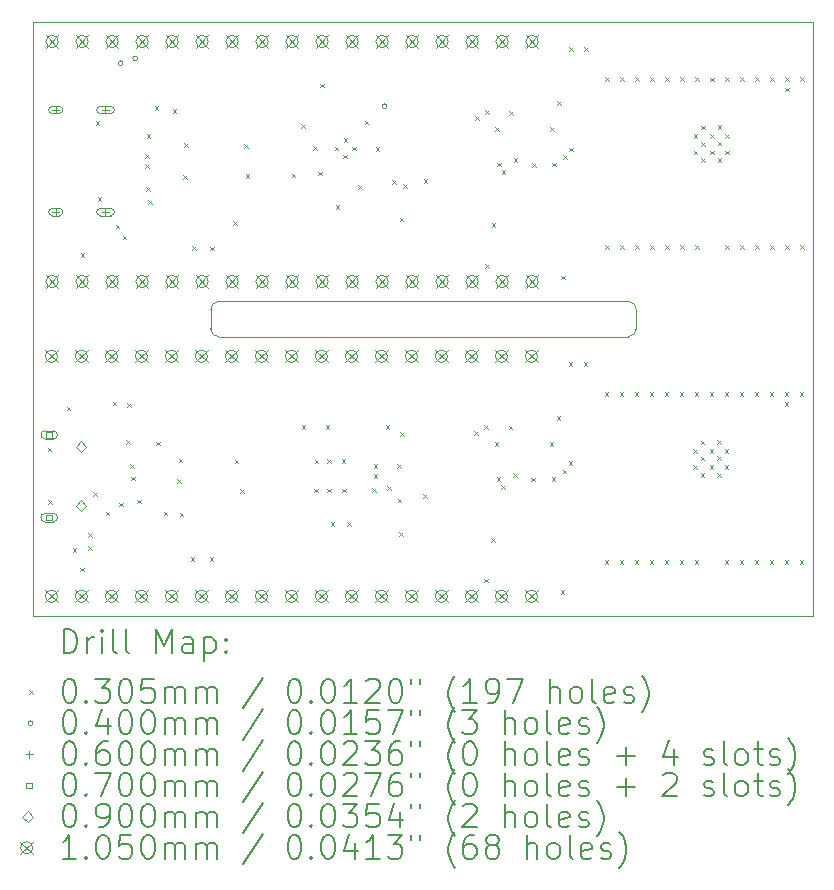
<source format=gbr>
%TF.GenerationSoftware,KiCad,Pcbnew,7.0.9*%
%TF.CreationDate,2024-10-07T22:18:30-04:00*%
%TF.ProjectId,ESP32_VP,45535033-325f-4565-902e-6b696361645f,rev?*%
%TF.SameCoordinates,Original*%
%TF.FileFunction,Drillmap*%
%TF.FilePolarity,Positive*%
%FSLAX45Y45*%
G04 Gerber Fmt 4.5, Leading zero omitted, Abs format (unit mm)*
G04 Created by KiCad (PCBNEW 7.0.9) date 2024-10-07 22:18:30*
%MOMM*%
%LPD*%
G01*
G04 APERTURE LIST*
%ADD10C,0.100000*%
%ADD11C,0.050000*%
%ADD12C,0.200000*%
%ADD13C,0.104998*%
G04 APERTURE END LIST*
D10*
X6350000Y-8740140D02*
X12954000Y-8740140D01*
X12954000Y-13766800D01*
X6350000Y-13766800D01*
X6350000Y-8740140D01*
D11*
X11385420Y-11104880D02*
X7918580Y-11104880D01*
X11454000Y-11173460D02*
G75*
G03*
X11385420Y-11104880I-68580J0D01*
G01*
X7918580Y-11104880D02*
G75*
G03*
X7850000Y-11173460I0J-68580D01*
G01*
X7918580Y-11405000D02*
X11385420Y-11404580D01*
X7850000Y-11173460D02*
X7850000Y-11336420D01*
X11454000Y-11336000D02*
X11454000Y-11173460D01*
X11385420Y-11404580D02*
G75*
G03*
X11454000Y-11336000I0J68580D01*
G01*
X7850000Y-11336420D02*
G75*
G03*
X7918580Y-11405000I68580J0D01*
G01*
D12*
D10*
X6471920Y-12344400D02*
X6502400Y-12374880D01*
X6502400Y-12344400D02*
X6471920Y-12374880D01*
X6477000Y-12786360D02*
X6507480Y-12816840D01*
X6507480Y-12786360D02*
X6477000Y-12816840D01*
X6631940Y-11996420D02*
X6662420Y-12026900D01*
X6662420Y-11996420D02*
X6631940Y-12026900D01*
X6682740Y-13192760D02*
X6713220Y-13223240D01*
X6713220Y-13192760D02*
X6682740Y-13223240D01*
X6746240Y-13360400D02*
X6776720Y-13390880D01*
X6776720Y-13360400D02*
X6746240Y-13390880D01*
X6751320Y-10695940D02*
X6781800Y-10726420D01*
X6781800Y-10695940D02*
X6751320Y-10726420D01*
X6812280Y-13068300D02*
X6842760Y-13098780D01*
X6842760Y-13068300D02*
X6812280Y-13098780D01*
X6812280Y-13180060D02*
X6842760Y-13210540D01*
X6842760Y-13180060D02*
X6812280Y-13210540D01*
X6856790Y-12722860D02*
X6887270Y-12753340D01*
X6887270Y-12722860D02*
X6856790Y-12753340D01*
X6878320Y-9580880D02*
X6908800Y-9611360D01*
X6908800Y-9580880D02*
X6878320Y-9611360D01*
X6892194Y-10220920D02*
X6922674Y-10251400D01*
X6922674Y-10220920D02*
X6892194Y-10251400D01*
X6962140Y-12885420D02*
X6992620Y-12915900D01*
X6992620Y-12885420D02*
X6962140Y-12915900D01*
X7020560Y-11953240D02*
X7051040Y-11983720D01*
X7051040Y-11953240D02*
X7020560Y-11983720D01*
X7045814Y-10457031D02*
X7076294Y-10487511D01*
X7076294Y-10457031D02*
X7045814Y-10487511D01*
X7073900Y-12809220D02*
X7104380Y-12839700D01*
X7104380Y-12809220D02*
X7073900Y-12839700D01*
X7104184Y-10548250D02*
X7134664Y-10578730D01*
X7134664Y-10548250D02*
X7104184Y-10578730D01*
X7132993Y-12280505D02*
X7163473Y-12310985D01*
X7163473Y-12280505D02*
X7132993Y-12310985D01*
X7145020Y-11968480D02*
X7175500Y-11998960D01*
X7175500Y-11968480D02*
X7145020Y-11998960D01*
X7167880Y-12481560D02*
X7198360Y-12512040D01*
X7198360Y-12481560D02*
X7167880Y-12512040D01*
X7175500Y-12589510D02*
X7205980Y-12619990D01*
X7205980Y-12589510D02*
X7175500Y-12619990D01*
X7226300Y-12783820D02*
X7256780Y-12814300D01*
X7256780Y-12783820D02*
X7226300Y-12814300D01*
X7297420Y-9860280D02*
X7327900Y-9890760D01*
X7327900Y-9860280D02*
X7297420Y-9890760D01*
X7297420Y-9944100D02*
X7327900Y-9974580D01*
X7327900Y-9944100D02*
X7297420Y-9974580D01*
X7302500Y-10138480D02*
X7332980Y-10168960D01*
X7332980Y-10138480D02*
X7302500Y-10168960D01*
X7310120Y-9687560D02*
X7340600Y-9718040D01*
X7340600Y-9687560D02*
X7310120Y-9718040D01*
X7322820Y-10249080D02*
X7353300Y-10279560D01*
X7353300Y-10249080D02*
X7322820Y-10279560D01*
X7376160Y-9451340D02*
X7406640Y-9481820D01*
X7406640Y-9451340D02*
X7376160Y-9481820D01*
X7388860Y-12293600D02*
X7419340Y-12324080D01*
X7419340Y-12293600D02*
X7388860Y-12324080D01*
X7452360Y-12885420D02*
X7482840Y-12915900D01*
X7482840Y-12885420D02*
X7452360Y-12915900D01*
X7528560Y-9479280D02*
X7559040Y-9509760D01*
X7559040Y-9479280D02*
X7528560Y-9509760D01*
X7569200Y-12608510D02*
X7599680Y-12638990D01*
X7599680Y-12608510D02*
X7569200Y-12638990D01*
X7579360Y-12435840D02*
X7609840Y-12466320D01*
X7609840Y-12435840D02*
X7579360Y-12466320D01*
X7589520Y-12895580D02*
X7620000Y-12926060D01*
X7620000Y-12895580D02*
X7589520Y-12926060D01*
X7617460Y-10035540D02*
X7647940Y-10066020D01*
X7647940Y-10035540D02*
X7617460Y-10066020D01*
X7627620Y-9766300D02*
X7658100Y-9796780D01*
X7658100Y-9766300D02*
X7627620Y-9796780D01*
X7680960Y-13268960D02*
X7711440Y-13299440D01*
X7711440Y-13268960D02*
X7680960Y-13299440D01*
X7693660Y-10637520D02*
X7724140Y-10668000D01*
X7724140Y-10637520D02*
X7693660Y-10668000D01*
X7843160Y-13268960D02*
X7873640Y-13299440D01*
X7873640Y-13268960D02*
X7843160Y-13299440D01*
X7848240Y-10642600D02*
X7878720Y-10673080D01*
X7878720Y-10642600D02*
X7848240Y-10673080D01*
X8039100Y-10428230D02*
X8069580Y-10458710D01*
X8069580Y-10428230D02*
X8039100Y-10458710D01*
X8055118Y-12446095D02*
X8085598Y-12476575D01*
X8085598Y-12446095D02*
X8055118Y-12476575D01*
X8100060Y-12697460D02*
X8130540Y-12727940D01*
X8130540Y-12697460D02*
X8100060Y-12727940D01*
X8133080Y-9773920D02*
X8163560Y-9804400D01*
X8163560Y-9773920D02*
X8133080Y-9804400D01*
X8145780Y-10030460D02*
X8176260Y-10060940D01*
X8176260Y-10030460D02*
X8145780Y-10060940D01*
X8536940Y-10025380D02*
X8567420Y-10055860D01*
X8567420Y-10025380D02*
X8536940Y-10055860D01*
X8618220Y-9603740D02*
X8648700Y-9634220D01*
X8648700Y-9603740D02*
X8618220Y-9634220D01*
X8620760Y-12151360D02*
X8651240Y-12181840D01*
X8651240Y-12151360D02*
X8620760Y-12181840D01*
X8717280Y-9789160D02*
X8747760Y-9819640D01*
X8747760Y-9789160D02*
X8717280Y-9819640D01*
X8724900Y-12692380D02*
X8755380Y-12722860D01*
X8755380Y-12692380D02*
X8724900Y-12722860D01*
X8729980Y-12446000D02*
X8760460Y-12476480D01*
X8760460Y-12446000D02*
X8729980Y-12476480D01*
X8761096Y-10006964D02*
X8791576Y-10037444D01*
X8791576Y-10006964D02*
X8761096Y-10037444D01*
X8779510Y-9260890D02*
X8809990Y-9291370D01*
X8809990Y-9260890D02*
X8779510Y-9291370D01*
X8823960Y-12151360D02*
X8854440Y-12181840D01*
X8854440Y-12151360D02*
X8823960Y-12181840D01*
X8836660Y-12440920D02*
X8867140Y-12471400D01*
X8867140Y-12440920D02*
X8836660Y-12471400D01*
X8839200Y-12689840D02*
X8869680Y-12720320D01*
X8869680Y-12689840D02*
X8839200Y-12720320D01*
X8867140Y-12976828D02*
X8897620Y-13007308D01*
X8897620Y-12976828D02*
X8867140Y-13007308D01*
X8900160Y-9794240D02*
X8930640Y-9824720D01*
X8930640Y-9794240D02*
X8900160Y-9824720D01*
X8910320Y-10289540D02*
X8940800Y-10320020D01*
X8940800Y-10289540D02*
X8910320Y-10320020D01*
X8958580Y-12443460D02*
X8989060Y-12473940D01*
X8989060Y-12443460D02*
X8958580Y-12473940D01*
X8966200Y-12689840D02*
X8996680Y-12720320D01*
X8996680Y-12689840D02*
X8966200Y-12720320D01*
X8973820Y-9862820D02*
X9004300Y-9893300D01*
X9004300Y-9862820D02*
X8973820Y-9893300D01*
X8976360Y-9723120D02*
X9006840Y-9753600D01*
X9006840Y-9723120D02*
X8976360Y-9753600D01*
X9006840Y-12976860D02*
X9037320Y-13007340D01*
X9037320Y-12976860D02*
X9006840Y-13007340D01*
X9050020Y-9794240D02*
X9080500Y-9824720D01*
X9080500Y-9794240D02*
X9050020Y-9824720D01*
X9098280Y-10121950D02*
X9128760Y-10152430D01*
X9128760Y-10121950D02*
X9098280Y-10152430D01*
X9154390Y-9575033D02*
X9184870Y-9605513D01*
X9184870Y-9575033D02*
X9154390Y-9605513D01*
X9217660Y-12684760D02*
X9248140Y-12715240D01*
X9248140Y-12684760D02*
X9217660Y-12715240D01*
X9230360Y-12484050D02*
X9260840Y-12514530D01*
X9260840Y-12484050D02*
X9230360Y-12514530D01*
X9230360Y-12570360D02*
X9260840Y-12600840D01*
X9260840Y-12570360D02*
X9230360Y-12600840D01*
X9248140Y-9799320D02*
X9278620Y-9829800D01*
X9278620Y-9799320D02*
X9248140Y-9829800D01*
X9331960Y-12151360D02*
X9362440Y-12181840D01*
X9362440Y-12151360D02*
X9331960Y-12181840D01*
X9343780Y-12669520D02*
X9374260Y-12700000D01*
X9374260Y-12669520D02*
X9343780Y-12700000D01*
X9385300Y-10078720D02*
X9415780Y-10109200D01*
X9415780Y-10078720D02*
X9385300Y-10109200D01*
X9431020Y-12484050D02*
X9461500Y-12514530D01*
X9461500Y-12484050D02*
X9431020Y-12514530D01*
X9433560Y-12776250D02*
X9464040Y-12806730D01*
X9464040Y-12776250D02*
X9433560Y-12806730D01*
X9446260Y-13061826D02*
X9476740Y-13092306D01*
X9476740Y-13061826D02*
X9446260Y-13092306D01*
X9451340Y-10397366D02*
X9481820Y-10427846D01*
X9481820Y-10397366D02*
X9451340Y-10427846D01*
X9456420Y-12214860D02*
X9486900Y-12245340D01*
X9486900Y-12214860D02*
X9456420Y-12245340D01*
X9479280Y-10111790D02*
X9509760Y-10142270D01*
X9509760Y-10111790D02*
X9479280Y-10142270D01*
X9649460Y-12735560D02*
X9679940Y-12766040D01*
X9679940Y-12735560D02*
X9649460Y-12766040D01*
X9654540Y-10071100D02*
X9685020Y-10101580D01*
X9685020Y-10071100D02*
X9654540Y-10101580D01*
X10082660Y-12202160D02*
X10113140Y-12232640D01*
X10113140Y-12202160D02*
X10082660Y-12232640D01*
X10087740Y-9537700D02*
X10118220Y-9568180D01*
X10118220Y-9537700D02*
X10087740Y-9568180D01*
X10167620Y-12151310D02*
X10198100Y-12181790D01*
X10198100Y-12151310D02*
X10167620Y-12181790D01*
X10167620Y-13454380D02*
X10198100Y-13484860D01*
X10198100Y-13454380D02*
X10167620Y-13484860D01*
X10172700Y-9486850D02*
X10203180Y-9517330D01*
X10203180Y-9486850D02*
X10172700Y-9517330D01*
X10172700Y-10789920D02*
X10203180Y-10820400D01*
X10203180Y-10789920D02*
X10172700Y-10820400D01*
X10226040Y-13108940D02*
X10256520Y-13139420D01*
X10256520Y-13108940D02*
X10226040Y-13139420D01*
X10231120Y-10444480D02*
X10261600Y-10474960D01*
X10261600Y-10444480D02*
X10231120Y-10474960D01*
X10253980Y-12296090D02*
X10284460Y-12326570D01*
X10284460Y-12296090D02*
X10253980Y-12326570D01*
X10259060Y-9631630D02*
X10289540Y-9662110D01*
X10289540Y-9631630D02*
X10259060Y-9662110D01*
X10271760Y-12595860D02*
X10302240Y-12626340D01*
X10302240Y-12595860D02*
X10271760Y-12626340D01*
X10276840Y-9931400D02*
X10307320Y-9961880D01*
X10307320Y-9931400D02*
X10276840Y-9961880D01*
X10309860Y-12659360D02*
X10340340Y-12689840D01*
X10340340Y-12659360D02*
X10309860Y-12689840D01*
X10314940Y-9994900D02*
X10345420Y-10025380D01*
X10345420Y-9994900D02*
X10314940Y-10025380D01*
X10373360Y-12159030D02*
X10403840Y-12189510D01*
X10403840Y-12159030D02*
X10373360Y-12189510D01*
X10378440Y-9494570D02*
X10408920Y-9525050D01*
X10408920Y-9494570D02*
X10378440Y-9525050D01*
X10411460Y-12557760D02*
X10441940Y-12588240D01*
X10441940Y-12557760D02*
X10411460Y-12588240D01*
X10416540Y-9893300D02*
X10447020Y-9923780D01*
X10447020Y-9893300D02*
X10416540Y-9923780D01*
X10565460Y-12597460D02*
X10595940Y-12627940D01*
X10595940Y-12597460D02*
X10565460Y-12627940D01*
X10570540Y-9933000D02*
X10601020Y-9963480D01*
X10601020Y-9933000D02*
X10570540Y-9963480D01*
X10721340Y-12296090D02*
X10751820Y-12326570D01*
X10751820Y-12296090D02*
X10721340Y-12326570D01*
X10726420Y-9631630D02*
X10756900Y-9662110D01*
X10756900Y-9631630D02*
X10726420Y-9662110D01*
X10739120Y-12595860D02*
X10769600Y-12626340D01*
X10769600Y-12595860D02*
X10739120Y-12626340D01*
X10744200Y-9931400D02*
X10774680Y-9961880D01*
X10774680Y-9931400D02*
X10744200Y-9961880D01*
X10779760Y-12075160D02*
X10810240Y-12105640D01*
X10810240Y-12075160D02*
X10779760Y-12105640D01*
X10784840Y-9410700D02*
X10815320Y-9441180D01*
X10815320Y-9410700D02*
X10784840Y-9441180D01*
X10812780Y-13550900D02*
X10843260Y-13581380D01*
X10843260Y-13550900D02*
X10812780Y-13581380D01*
X10817860Y-10886440D02*
X10848340Y-10916920D01*
X10848340Y-10886440D02*
X10817860Y-10916920D01*
X10829717Y-12531421D02*
X10860197Y-12561901D01*
X10860197Y-12531421D02*
X10829717Y-12561901D01*
X10834797Y-9866961D02*
X10865277Y-9897441D01*
X10865277Y-9866961D02*
X10834797Y-9897441D01*
X10881360Y-11617960D02*
X10911840Y-11648440D01*
X10911840Y-11617960D02*
X10881360Y-11648440D01*
X10881844Y-12458269D02*
X10912324Y-12488749D01*
X10912324Y-12458269D02*
X10881844Y-12488749D01*
X10886440Y-8953500D02*
X10916920Y-8983980D01*
X10916920Y-8953500D02*
X10886440Y-8983980D01*
X10886490Y-9804350D02*
X10916970Y-9834830D01*
X10916970Y-9804350D02*
X10886490Y-9834830D01*
X11008360Y-11617960D02*
X11038840Y-11648440D01*
X11038840Y-11617960D02*
X11008360Y-11648440D01*
X11013440Y-8953500D02*
X11043920Y-8983980D01*
X11043920Y-8953500D02*
X11013440Y-8983980D01*
X11186160Y-11871960D02*
X11216640Y-11902440D01*
X11216640Y-11871960D02*
X11186160Y-11902440D01*
X11186160Y-13294360D02*
X11216640Y-13324840D01*
X11216640Y-13294360D02*
X11186160Y-13324840D01*
X11191240Y-9207500D02*
X11221720Y-9237980D01*
X11221720Y-9207500D02*
X11191240Y-9237980D01*
X11191240Y-10629900D02*
X11221720Y-10660380D01*
X11221720Y-10629900D02*
X11191240Y-10660380D01*
X11313160Y-11871960D02*
X11343640Y-11902440D01*
X11343640Y-11871960D02*
X11313160Y-11902440D01*
X11313160Y-13294360D02*
X11343640Y-13324840D01*
X11343640Y-13294360D02*
X11313160Y-13324840D01*
X11318240Y-9207500D02*
X11348720Y-9237980D01*
X11348720Y-9207500D02*
X11318240Y-9237980D01*
X11318240Y-10629900D02*
X11348720Y-10660380D01*
X11348720Y-10629900D02*
X11318240Y-10660380D01*
X11440160Y-11871960D02*
X11470640Y-11902440D01*
X11470640Y-11871960D02*
X11440160Y-11902440D01*
X11440160Y-13294360D02*
X11470640Y-13324840D01*
X11470640Y-13294360D02*
X11440160Y-13324840D01*
X11445240Y-9207500D02*
X11475720Y-9237980D01*
X11475720Y-9207500D02*
X11445240Y-9237980D01*
X11445240Y-10629900D02*
X11475720Y-10660380D01*
X11475720Y-10629900D02*
X11445240Y-10660380D01*
X11567160Y-11871960D02*
X11597640Y-11902440D01*
X11597640Y-11871960D02*
X11567160Y-11902440D01*
X11567160Y-13294360D02*
X11597640Y-13324840D01*
X11597640Y-13294360D02*
X11567160Y-13324840D01*
X11572240Y-9207500D02*
X11602720Y-9237980D01*
X11602720Y-9207500D02*
X11572240Y-9237980D01*
X11572240Y-10629900D02*
X11602720Y-10660380D01*
X11602720Y-10629900D02*
X11572240Y-10660380D01*
X11694160Y-11871960D02*
X11724640Y-11902440D01*
X11724640Y-11871960D02*
X11694160Y-11902440D01*
X11694160Y-13294360D02*
X11724640Y-13324840D01*
X11724640Y-13294360D02*
X11694160Y-13324840D01*
X11699240Y-9207500D02*
X11729720Y-9237980D01*
X11729720Y-9207500D02*
X11699240Y-9237980D01*
X11699240Y-10629900D02*
X11729720Y-10660380D01*
X11729720Y-10629900D02*
X11699240Y-10660380D01*
X11821160Y-11871960D02*
X11851640Y-11902440D01*
X11851640Y-11871960D02*
X11821160Y-11902440D01*
X11821160Y-13294360D02*
X11851640Y-13324840D01*
X11851640Y-13294360D02*
X11821160Y-13324840D01*
X11826240Y-9207500D02*
X11856720Y-9237980D01*
X11856720Y-9207500D02*
X11826240Y-9237980D01*
X11826240Y-10629900D02*
X11856720Y-10660380D01*
X11856720Y-10629900D02*
X11826240Y-10660380D01*
X11935460Y-12354560D02*
X11965940Y-12385040D01*
X11965940Y-12354560D02*
X11935460Y-12385040D01*
X11935460Y-12494260D02*
X11965940Y-12524740D01*
X11965940Y-12494260D02*
X11935460Y-12524740D01*
X11940540Y-9690100D02*
X11971020Y-9720580D01*
X11971020Y-9690100D02*
X11940540Y-9720580D01*
X11940540Y-9829800D02*
X11971020Y-9860280D01*
X11971020Y-9829800D02*
X11940540Y-9860280D01*
X11948160Y-11871960D02*
X11978640Y-11902440D01*
X11978640Y-11871960D02*
X11948160Y-11902440D01*
X11948160Y-13294360D02*
X11978640Y-13324840D01*
X11978640Y-13294360D02*
X11948160Y-13324840D01*
X11953240Y-9207500D02*
X11983720Y-9237980D01*
X11983720Y-9207500D02*
X11953240Y-9237980D01*
X11953240Y-10629900D02*
X11983720Y-10660380D01*
X11983720Y-10629900D02*
X11953240Y-10660380D01*
X11997706Y-12420501D02*
X12028186Y-12450981D01*
X12028186Y-12420501D02*
X11997706Y-12450981D01*
X11998960Y-12283440D02*
X12029440Y-12313920D01*
X12029440Y-12283440D02*
X11998960Y-12313920D01*
X11998960Y-12557760D02*
X12029440Y-12588240D01*
X12029440Y-12557760D02*
X11998960Y-12588240D01*
X12002786Y-9756041D02*
X12033266Y-9786521D01*
X12033266Y-9756041D02*
X12002786Y-9786521D01*
X12004040Y-9618980D02*
X12034520Y-9649460D01*
X12034520Y-9618980D02*
X12004040Y-9649460D01*
X12004040Y-9893300D02*
X12034520Y-9923780D01*
X12034520Y-9893300D02*
X12004040Y-9923780D01*
X12075160Y-11874500D02*
X12105640Y-11904980D01*
X12105640Y-11874500D02*
X12075160Y-11904980D01*
X12075160Y-12354560D02*
X12105640Y-12385040D01*
X12105640Y-12354560D02*
X12075160Y-12385040D01*
X12075160Y-12494260D02*
X12105640Y-12524740D01*
X12105640Y-12494260D02*
X12075160Y-12524740D01*
X12080240Y-9210040D02*
X12110720Y-9240520D01*
X12110720Y-9210040D02*
X12080240Y-9240520D01*
X12080240Y-9690100D02*
X12110720Y-9720580D01*
X12110720Y-9690100D02*
X12080240Y-9720580D01*
X12080240Y-9829800D02*
X12110720Y-9860280D01*
X12110720Y-9829800D02*
X12080240Y-9860280D01*
X12138660Y-12278360D02*
X12169140Y-12308840D01*
X12169140Y-12278360D02*
X12138660Y-12308840D01*
X12138660Y-12418060D02*
X12169140Y-12448540D01*
X12169140Y-12418060D02*
X12138660Y-12448540D01*
X12138660Y-12557760D02*
X12169140Y-12588240D01*
X12169140Y-12557760D02*
X12138660Y-12588240D01*
X12143740Y-9613900D02*
X12174220Y-9644380D01*
X12174220Y-9613900D02*
X12143740Y-9644380D01*
X12143740Y-9753600D02*
X12174220Y-9784080D01*
X12174220Y-9753600D02*
X12143740Y-9784080D01*
X12143740Y-9893300D02*
X12174220Y-9923780D01*
X12174220Y-9893300D02*
X12143740Y-9923780D01*
X12202160Y-11871960D02*
X12232640Y-11902440D01*
X12232640Y-11871960D02*
X12202160Y-11902440D01*
X12202160Y-12354560D02*
X12232640Y-12385040D01*
X12232640Y-12354560D02*
X12202160Y-12385040D01*
X12202160Y-12494260D02*
X12232640Y-12524740D01*
X12232640Y-12494260D02*
X12202160Y-12524740D01*
X12202160Y-13294360D02*
X12232640Y-13324840D01*
X12232640Y-13294360D02*
X12202160Y-13324840D01*
X12207240Y-9207500D02*
X12237720Y-9237980D01*
X12237720Y-9207500D02*
X12207240Y-9237980D01*
X12207240Y-9690100D02*
X12237720Y-9720580D01*
X12237720Y-9690100D02*
X12207240Y-9720580D01*
X12207240Y-9829800D02*
X12237720Y-9860280D01*
X12237720Y-9829800D02*
X12207240Y-9860280D01*
X12207240Y-10629900D02*
X12237720Y-10660380D01*
X12237720Y-10629900D02*
X12207240Y-10660380D01*
X12329160Y-11871960D02*
X12359640Y-11902440D01*
X12359640Y-11871960D02*
X12329160Y-11902440D01*
X12329160Y-13294360D02*
X12359640Y-13324840D01*
X12359640Y-13294360D02*
X12329160Y-13324840D01*
X12334240Y-9207500D02*
X12364720Y-9237980D01*
X12364720Y-9207500D02*
X12334240Y-9237980D01*
X12334240Y-10629900D02*
X12364720Y-10660380D01*
X12364720Y-10629900D02*
X12334240Y-10660380D01*
X12456160Y-11871960D02*
X12486640Y-11902440D01*
X12486640Y-11871960D02*
X12456160Y-11902440D01*
X12456160Y-13294360D02*
X12486640Y-13324840D01*
X12486640Y-13294360D02*
X12456160Y-13324840D01*
X12461240Y-9207500D02*
X12491720Y-9237980D01*
X12491720Y-9207500D02*
X12461240Y-9237980D01*
X12461240Y-10629900D02*
X12491720Y-10660380D01*
X12491720Y-10629900D02*
X12461240Y-10660380D01*
X12583160Y-11871960D02*
X12613640Y-11902440D01*
X12613640Y-11871960D02*
X12583160Y-11902440D01*
X12583160Y-13294360D02*
X12613640Y-13324840D01*
X12613640Y-13294360D02*
X12583160Y-13324840D01*
X12588240Y-9207500D02*
X12618720Y-9237980D01*
X12618720Y-9207500D02*
X12588240Y-9237980D01*
X12588240Y-10629900D02*
X12618720Y-10660380D01*
X12618720Y-10629900D02*
X12588240Y-10660380D01*
X12710160Y-11871960D02*
X12740640Y-11902440D01*
X12740640Y-11871960D02*
X12710160Y-11902440D01*
X12710160Y-11960860D02*
X12740640Y-11991340D01*
X12740640Y-11960860D02*
X12710160Y-11991340D01*
X12710160Y-13294360D02*
X12740640Y-13324840D01*
X12740640Y-13294360D02*
X12710160Y-13324840D01*
X12715240Y-9207500D02*
X12745720Y-9237980D01*
X12745720Y-9207500D02*
X12715240Y-9237980D01*
X12715240Y-9296400D02*
X12745720Y-9326880D01*
X12745720Y-9296400D02*
X12715240Y-9326880D01*
X12715240Y-10629900D02*
X12745720Y-10660380D01*
X12745720Y-10629900D02*
X12715240Y-10660380D01*
X12837160Y-11871960D02*
X12867640Y-11902440D01*
X12867640Y-11871960D02*
X12837160Y-11902440D01*
X12837160Y-13294360D02*
X12867640Y-13324840D01*
X12867640Y-13294360D02*
X12837160Y-13324840D01*
X12842240Y-9207500D02*
X12872720Y-9237980D01*
X12872720Y-9207500D02*
X12842240Y-9237980D01*
X12842240Y-10629900D02*
X12872720Y-10660380D01*
X12872720Y-10629900D02*
X12842240Y-10660380D01*
X7109140Y-9088120D02*
G75*
G03*
X7109140Y-9088120I-20000J0D01*
G01*
X7231060Y-9050020D02*
G75*
G03*
X7231060Y-9050020I-20000J0D01*
G01*
X9342099Y-9453147D02*
G75*
G03*
X9342099Y-9453147I-20000J0D01*
G01*
X6538720Y-9454160D02*
X6538720Y-9514160D01*
X6508720Y-9484160D02*
X6568720Y-9484160D01*
X6568720Y-9454160D02*
X6508720Y-9454160D01*
X6508720Y-9454160D02*
G75*
G03*
X6508720Y-9514160I0J-30000D01*
G01*
X6508720Y-9514160D02*
X6568720Y-9514160D01*
X6568720Y-9514160D02*
G75*
G03*
X6568720Y-9454160I0J30000D01*
G01*
X6538720Y-10318160D02*
X6538720Y-10378160D01*
X6508720Y-10348160D02*
X6568720Y-10348160D01*
X6568720Y-10318160D02*
X6508720Y-10318160D01*
X6508720Y-10318160D02*
G75*
G03*
X6508720Y-10378160I0J-30000D01*
G01*
X6508720Y-10378160D02*
X6568720Y-10378160D01*
X6568720Y-10378160D02*
G75*
G03*
X6568720Y-10318160I0J30000D01*
G01*
X6959720Y-9454160D02*
X6959720Y-9514160D01*
X6929720Y-9484160D02*
X6989720Y-9484160D01*
X7004720Y-9454160D02*
X6914720Y-9454160D01*
X6914720Y-9454160D02*
G75*
G03*
X6914720Y-9514160I0J-30000D01*
G01*
X6914720Y-9514160D02*
X7004720Y-9514160D01*
X7004720Y-9514160D02*
G75*
G03*
X7004720Y-9454160I0J30000D01*
G01*
X6959720Y-10318160D02*
X6959720Y-10378160D01*
X6929720Y-10348160D02*
X6989720Y-10348160D01*
X7004721Y-10318160D02*
X6914719Y-10318160D01*
X6914719Y-10318160D02*
G75*
G03*
X6914719Y-10378160I0J-30000D01*
G01*
X6914719Y-10378160D02*
X7004721Y-10378160D01*
X7004721Y-10378160D02*
G75*
G03*
X7004721Y-10318160I0J30000D01*
G01*
X6507450Y-12260450D02*
X6507450Y-12210950D01*
X6457950Y-12210950D01*
X6457950Y-12260450D01*
X6507450Y-12260450D01*
X6517699Y-12200699D02*
X6447701Y-12200699D01*
X6447701Y-12200699D02*
G75*
G03*
X6447701Y-12270701I0J-35001D01*
G01*
X6447701Y-12270701D02*
X6517699Y-12270701D01*
X6517699Y-12270701D02*
G75*
G03*
X6517699Y-12200699I0J35001D01*
G01*
X6507450Y-12960450D02*
X6507450Y-12910950D01*
X6457950Y-12910950D01*
X6457950Y-12960450D01*
X6507450Y-12960450D01*
X6517699Y-12900699D02*
X6447701Y-12900699D01*
X6447701Y-12900699D02*
G75*
G03*
X6447701Y-12970701I0J-35001D01*
G01*
X6447701Y-12970701D02*
X6517699Y-12970701D01*
X6517699Y-12970701D02*
G75*
G03*
X6517699Y-12900699I0J35001D01*
G01*
X6752700Y-12380701D02*
X6797701Y-12335700D01*
X6752700Y-12290699D01*
X6707699Y-12335700D01*
X6752700Y-12380701D01*
X6752700Y-12880701D02*
X6797701Y-12835700D01*
X6752700Y-12790699D01*
X6707699Y-12835700D01*
X6752700Y-12880701D01*
D13*
X6449901Y-11517201D02*
X6554899Y-11622199D01*
X6554899Y-11517201D02*
X6449901Y-11622199D01*
X6554899Y-11569700D02*
G75*
G03*
X6554899Y-11569700I-52499J0D01*
G01*
X6449901Y-13549201D02*
X6554899Y-13654199D01*
X6554899Y-13549201D02*
X6449901Y-13654199D01*
X6554899Y-13601700D02*
G75*
G03*
X6554899Y-13601700I-52499J0D01*
G01*
X6454981Y-8852741D02*
X6559979Y-8957739D01*
X6559979Y-8852741D02*
X6454981Y-8957739D01*
X6559979Y-8905240D02*
G75*
G03*
X6559979Y-8905240I-52499J0D01*
G01*
X6454981Y-10884741D02*
X6559979Y-10989739D01*
X6559979Y-10884741D02*
X6454981Y-10989739D01*
X6559979Y-10937240D02*
G75*
G03*
X6559979Y-10937240I-52499J0D01*
G01*
X6703901Y-11517201D02*
X6808899Y-11622199D01*
X6808899Y-11517201D02*
X6703901Y-11622199D01*
X6808899Y-11569700D02*
G75*
G03*
X6808899Y-11569700I-52499J0D01*
G01*
X6703901Y-13549201D02*
X6808899Y-13654199D01*
X6808899Y-13549201D02*
X6703901Y-13654199D01*
X6808899Y-13601700D02*
G75*
G03*
X6808899Y-13601700I-52499J0D01*
G01*
X6708981Y-8852741D02*
X6813979Y-8957739D01*
X6813979Y-8852741D02*
X6708981Y-8957739D01*
X6813979Y-8905240D02*
G75*
G03*
X6813979Y-8905240I-52499J0D01*
G01*
X6708981Y-10884741D02*
X6813979Y-10989739D01*
X6813979Y-10884741D02*
X6708981Y-10989739D01*
X6813979Y-10937240D02*
G75*
G03*
X6813979Y-10937240I-52499J0D01*
G01*
X6957901Y-11517201D02*
X7062899Y-11622199D01*
X7062899Y-11517201D02*
X6957901Y-11622199D01*
X7062899Y-11569700D02*
G75*
G03*
X7062899Y-11569700I-52499J0D01*
G01*
X6957901Y-13549201D02*
X7062899Y-13654199D01*
X7062899Y-13549201D02*
X6957901Y-13654199D01*
X7062899Y-13601700D02*
G75*
G03*
X7062899Y-13601700I-52499J0D01*
G01*
X6962981Y-8852741D02*
X7067979Y-8957739D01*
X7067979Y-8852741D02*
X6962981Y-8957739D01*
X7067979Y-8905240D02*
G75*
G03*
X7067979Y-8905240I-52499J0D01*
G01*
X6962981Y-10884741D02*
X7067979Y-10989739D01*
X7067979Y-10884741D02*
X6962981Y-10989739D01*
X7067979Y-10937240D02*
G75*
G03*
X7067979Y-10937240I-52499J0D01*
G01*
X7211901Y-11517201D02*
X7316899Y-11622199D01*
X7316899Y-11517201D02*
X7211901Y-11622199D01*
X7316899Y-11569700D02*
G75*
G03*
X7316899Y-11569700I-52499J0D01*
G01*
X7211901Y-13549201D02*
X7316899Y-13654199D01*
X7316899Y-13549201D02*
X7211901Y-13654199D01*
X7316899Y-13601700D02*
G75*
G03*
X7316899Y-13601700I-52499J0D01*
G01*
X7216981Y-8852741D02*
X7321979Y-8957739D01*
X7321979Y-8852741D02*
X7216981Y-8957739D01*
X7321979Y-8905240D02*
G75*
G03*
X7321979Y-8905240I-52499J0D01*
G01*
X7216981Y-10884741D02*
X7321979Y-10989739D01*
X7321979Y-10884741D02*
X7216981Y-10989739D01*
X7321979Y-10937240D02*
G75*
G03*
X7321979Y-10937240I-52499J0D01*
G01*
X7465901Y-11517201D02*
X7570899Y-11622199D01*
X7570899Y-11517201D02*
X7465901Y-11622199D01*
X7570899Y-11569700D02*
G75*
G03*
X7570899Y-11569700I-52499J0D01*
G01*
X7465901Y-13549201D02*
X7570899Y-13654199D01*
X7570899Y-13549201D02*
X7465901Y-13654199D01*
X7570899Y-13601700D02*
G75*
G03*
X7570899Y-13601700I-52499J0D01*
G01*
X7470981Y-8852741D02*
X7575979Y-8957739D01*
X7575979Y-8852741D02*
X7470981Y-8957739D01*
X7575979Y-8905240D02*
G75*
G03*
X7575979Y-8905240I-52499J0D01*
G01*
X7470981Y-10884741D02*
X7575979Y-10989739D01*
X7575979Y-10884741D02*
X7470981Y-10989739D01*
X7575979Y-10937240D02*
G75*
G03*
X7575979Y-10937240I-52499J0D01*
G01*
X7719901Y-11517201D02*
X7824899Y-11622199D01*
X7824899Y-11517201D02*
X7719901Y-11622199D01*
X7824899Y-11569700D02*
G75*
G03*
X7824899Y-11569700I-52499J0D01*
G01*
X7719901Y-13549201D02*
X7824899Y-13654199D01*
X7824899Y-13549201D02*
X7719901Y-13654199D01*
X7824899Y-13601700D02*
G75*
G03*
X7824899Y-13601700I-52499J0D01*
G01*
X7724981Y-8852741D02*
X7829979Y-8957739D01*
X7829979Y-8852741D02*
X7724981Y-8957739D01*
X7829979Y-8905240D02*
G75*
G03*
X7829979Y-8905240I-52499J0D01*
G01*
X7724981Y-10884741D02*
X7829979Y-10989739D01*
X7829979Y-10884741D02*
X7724981Y-10989739D01*
X7829979Y-10937240D02*
G75*
G03*
X7829979Y-10937240I-52499J0D01*
G01*
X7973901Y-11517201D02*
X8078899Y-11622199D01*
X8078899Y-11517201D02*
X7973901Y-11622199D01*
X8078899Y-11569700D02*
G75*
G03*
X8078899Y-11569700I-52499J0D01*
G01*
X7973901Y-13549201D02*
X8078899Y-13654199D01*
X8078899Y-13549201D02*
X7973901Y-13654199D01*
X8078899Y-13601700D02*
G75*
G03*
X8078899Y-13601700I-52499J0D01*
G01*
X7978981Y-8852741D02*
X8083979Y-8957739D01*
X8083979Y-8852741D02*
X7978981Y-8957739D01*
X8083979Y-8905240D02*
G75*
G03*
X8083979Y-8905240I-52499J0D01*
G01*
X7978981Y-10884741D02*
X8083979Y-10989739D01*
X8083979Y-10884741D02*
X7978981Y-10989739D01*
X8083979Y-10937240D02*
G75*
G03*
X8083979Y-10937240I-52499J0D01*
G01*
X8227901Y-11517201D02*
X8332899Y-11622199D01*
X8332899Y-11517201D02*
X8227901Y-11622199D01*
X8332899Y-11569700D02*
G75*
G03*
X8332899Y-11569700I-52499J0D01*
G01*
X8227901Y-13549201D02*
X8332899Y-13654199D01*
X8332899Y-13549201D02*
X8227901Y-13654199D01*
X8332899Y-13601700D02*
G75*
G03*
X8332899Y-13601700I-52499J0D01*
G01*
X8232981Y-8852741D02*
X8337979Y-8957739D01*
X8337979Y-8852741D02*
X8232981Y-8957739D01*
X8337979Y-8905240D02*
G75*
G03*
X8337979Y-8905240I-52499J0D01*
G01*
X8232981Y-10884741D02*
X8337979Y-10989739D01*
X8337979Y-10884741D02*
X8232981Y-10989739D01*
X8337979Y-10937240D02*
G75*
G03*
X8337979Y-10937240I-52499J0D01*
G01*
X8481901Y-11517201D02*
X8586899Y-11622199D01*
X8586899Y-11517201D02*
X8481901Y-11622199D01*
X8586899Y-11569700D02*
G75*
G03*
X8586899Y-11569700I-52499J0D01*
G01*
X8481901Y-13549201D02*
X8586899Y-13654199D01*
X8586899Y-13549201D02*
X8481901Y-13654199D01*
X8586899Y-13601700D02*
G75*
G03*
X8586899Y-13601700I-52499J0D01*
G01*
X8486981Y-8852741D02*
X8591979Y-8957739D01*
X8591979Y-8852741D02*
X8486981Y-8957739D01*
X8591979Y-8905240D02*
G75*
G03*
X8591979Y-8905240I-52499J0D01*
G01*
X8486981Y-10884741D02*
X8591979Y-10989739D01*
X8591979Y-10884741D02*
X8486981Y-10989739D01*
X8591979Y-10937240D02*
G75*
G03*
X8591979Y-10937240I-52499J0D01*
G01*
X8735901Y-11517201D02*
X8840899Y-11622199D01*
X8840899Y-11517201D02*
X8735901Y-11622199D01*
X8840899Y-11569700D02*
G75*
G03*
X8840899Y-11569700I-52499J0D01*
G01*
X8735901Y-13549201D02*
X8840899Y-13654199D01*
X8840899Y-13549201D02*
X8735901Y-13654199D01*
X8840899Y-13601700D02*
G75*
G03*
X8840899Y-13601700I-52499J0D01*
G01*
X8740981Y-8852741D02*
X8845979Y-8957739D01*
X8845979Y-8852741D02*
X8740981Y-8957739D01*
X8845979Y-8905240D02*
G75*
G03*
X8845979Y-8905240I-52499J0D01*
G01*
X8740981Y-10884741D02*
X8845979Y-10989739D01*
X8845979Y-10884741D02*
X8740981Y-10989739D01*
X8845979Y-10937240D02*
G75*
G03*
X8845979Y-10937240I-52499J0D01*
G01*
X8989901Y-11517201D02*
X9094899Y-11622199D01*
X9094899Y-11517201D02*
X8989901Y-11622199D01*
X9094899Y-11569700D02*
G75*
G03*
X9094899Y-11569700I-52499J0D01*
G01*
X8989901Y-13549201D02*
X9094899Y-13654199D01*
X9094899Y-13549201D02*
X8989901Y-13654199D01*
X9094899Y-13601700D02*
G75*
G03*
X9094899Y-13601700I-52499J0D01*
G01*
X8994981Y-8852741D02*
X9099979Y-8957739D01*
X9099979Y-8852741D02*
X8994981Y-8957739D01*
X9099979Y-8905240D02*
G75*
G03*
X9099979Y-8905240I-52499J0D01*
G01*
X8994981Y-10884741D02*
X9099979Y-10989739D01*
X9099979Y-10884741D02*
X8994981Y-10989739D01*
X9099979Y-10937240D02*
G75*
G03*
X9099979Y-10937240I-52499J0D01*
G01*
X9243901Y-11517201D02*
X9348899Y-11622199D01*
X9348899Y-11517201D02*
X9243901Y-11622199D01*
X9348899Y-11569700D02*
G75*
G03*
X9348899Y-11569700I-52499J0D01*
G01*
X9243901Y-13549201D02*
X9348899Y-13654199D01*
X9348899Y-13549201D02*
X9243901Y-13654199D01*
X9348899Y-13601700D02*
G75*
G03*
X9348899Y-13601700I-52499J0D01*
G01*
X9248981Y-8852741D02*
X9353979Y-8957739D01*
X9353979Y-8852741D02*
X9248981Y-8957739D01*
X9353979Y-8905240D02*
G75*
G03*
X9353979Y-8905240I-52499J0D01*
G01*
X9248981Y-10884741D02*
X9353979Y-10989739D01*
X9353979Y-10884741D02*
X9248981Y-10989739D01*
X9353979Y-10937240D02*
G75*
G03*
X9353979Y-10937240I-52499J0D01*
G01*
X9497901Y-11517201D02*
X9602899Y-11622199D01*
X9602899Y-11517201D02*
X9497901Y-11622199D01*
X9602899Y-11569700D02*
G75*
G03*
X9602899Y-11569700I-52499J0D01*
G01*
X9497901Y-13549201D02*
X9602899Y-13654199D01*
X9602899Y-13549201D02*
X9497901Y-13654199D01*
X9602899Y-13601700D02*
G75*
G03*
X9602899Y-13601700I-52499J0D01*
G01*
X9502981Y-8852741D02*
X9607979Y-8957739D01*
X9607979Y-8852741D02*
X9502981Y-8957739D01*
X9607979Y-8905240D02*
G75*
G03*
X9607979Y-8905240I-52499J0D01*
G01*
X9502981Y-10884741D02*
X9607979Y-10989739D01*
X9607979Y-10884741D02*
X9502981Y-10989739D01*
X9607979Y-10937240D02*
G75*
G03*
X9607979Y-10937240I-52499J0D01*
G01*
X9751901Y-11517201D02*
X9856899Y-11622199D01*
X9856899Y-11517201D02*
X9751901Y-11622199D01*
X9856899Y-11569700D02*
G75*
G03*
X9856899Y-11569700I-52499J0D01*
G01*
X9751901Y-13549201D02*
X9856899Y-13654199D01*
X9856899Y-13549201D02*
X9751901Y-13654199D01*
X9856899Y-13601700D02*
G75*
G03*
X9856899Y-13601700I-52499J0D01*
G01*
X9756981Y-8852741D02*
X9861979Y-8957739D01*
X9861979Y-8852741D02*
X9756981Y-8957739D01*
X9861979Y-8905240D02*
G75*
G03*
X9861979Y-8905240I-52499J0D01*
G01*
X9756981Y-10884741D02*
X9861979Y-10989739D01*
X9861979Y-10884741D02*
X9756981Y-10989739D01*
X9861979Y-10937240D02*
G75*
G03*
X9861979Y-10937240I-52499J0D01*
G01*
X10005901Y-11517201D02*
X10110899Y-11622199D01*
X10110899Y-11517201D02*
X10005901Y-11622199D01*
X10110899Y-11569700D02*
G75*
G03*
X10110899Y-11569700I-52499J0D01*
G01*
X10005901Y-13549201D02*
X10110899Y-13654199D01*
X10110899Y-13549201D02*
X10005901Y-13654199D01*
X10110899Y-13601700D02*
G75*
G03*
X10110899Y-13601700I-52499J0D01*
G01*
X10010981Y-8852741D02*
X10115979Y-8957739D01*
X10115979Y-8852741D02*
X10010981Y-8957739D01*
X10115979Y-8905240D02*
G75*
G03*
X10115979Y-8905240I-52499J0D01*
G01*
X10010981Y-10884741D02*
X10115979Y-10989739D01*
X10115979Y-10884741D02*
X10010981Y-10989739D01*
X10115979Y-10937240D02*
G75*
G03*
X10115979Y-10937240I-52499J0D01*
G01*
X10259901Y-11517201D02*
X10364899Y-11622199D01*
X10364899Y-11517201D02*
X10259901Y-11622199D01*
X10364899Y-11569700D02*
G75*
G03*
X10364899Y-11569700I-52499J0D01*
G01*
X10259901Y-13549201D02*
X10364899Y-13654199D01*
X10364899Y-13549201D02*
X10259901Y-13654199D01*
X10364899Y-13601700D02*
G75*
G03*
X10364899Y-13601700I-52499J0D01*
G01*
X10264981Y-8852741D02*
X10369979Y-8957739D01*
X10369979Y-8852741D02*
X10264981Y-8957739D01*
X10369979Y-8905240D02*
G75*
G03*
X10369979Y-8905240I-52499J0D01*
G01*
X10264981Y-10884741D02*
X10369979Y-10989739D01*
X10369979Y-10884741D02*
X10264981Y-10989739D01*
X10369979Y-10937240D02*
G75*
G03*
X10369979Y-10937240I-52499J0D01*
G01*
X10513901Y-11517201D02*
X10618899Y-11622199D01*
X10618899Y-11517201D02*
X10513901Y-11622199D01*
X10618899Y-11569700D02*
G75*
G03*
X10618899Y-11569700I-52499J0D01*
G01*
X10513901Y-13549201D02*
X10618899Y-13654199D01*
X10618899Y-13549201D02*
X10513901Y-13654199D01*
X10618899Y-13601700D02*
G75*
G03*
X10618899Y-13601700I-52499J0D01*
G01*
X10518981Y-8852741D02*
X10623979Y-8957739D01*
X10623979Y-8852741D02*
X10518981Y-8957739D01*
X10623979Y-8905240D02*
G75*
G03*
X10623979Y-8905240I-52499J0D01*
G01*
X10518981Y-10884741D02*
X10623979Y-10989739D01*
X10623979Y-10884741D02*
X10518981Y-10989739D01*
X10623979Y-10937240D02*
G75*
G03*
X10623979Y-10937240I-52499J0D01*
G01*
D12*
X6605777Y-14083284D02*
X6605777Y-13883284D01*
X6605777Y-13883284D02*
X6653396Y-13883284D01*
X6653396Y-13883284D02*
X6681967Y-13892808D01*
X6681967Y-13892808D02*
X6701015Y-13911855D01*
X6701015Y-13911855D02*
X6710539Y-13930903D01*
X6710539Y-13930903D02*
X6720062Y-13968998D01*
X6720062Y-13968998D02*
X6720062Y-13997569D01*
X6720062Y-13997569D02*
X6710539Y-14035665D01*
X6710539Y-14035665D02*
X6701015Y-14054712D01*
X6701015Y-14054712D02*
X6681967Y-14073760D01*
X6681967Y-14073760D02*
X6653396Y-14083284D01*
X6653396Y-14083284D02*
X6605777Y-14083284D01*
X6805777Y-14083284D02*
X6805777Y-13949950D01*
X6805777Y-13988046D02*
X6815301Y-13968998D01*
X6815301Y-13968998D02*
X6824824Y-13959474D01*
X6824824Y-13959474D02*
X6843872Y-13949950D01*
X6843872Y-13949950D02*
X6862920Y-13949950D01*
X6929586Y-14083284D02*
X6929586Y-13949950D01*
X6929586Y-13883284D02*
X6920062Y-13892808D01*
X6920062Y-13892808D02*
X6929586Y-13902331D01*
X6929586Y-13902331D02*
X6939110Y-13892808D01*
X6939110Y-13892808D02*
X6929586Y-13883284D01*
X6929586Y-13883284D02*
X6929586Y-13902331D01*
X7053396Y-14083284D02*
X7034348Y-14073760D01*
X7034348Y-14073760D02*
X7024824Y-14054712D01*
X7024824Y-14054712D02*
X7024824Y-13883284D01*
X7158158Y-14083284D02*
X7139110Y-14073760D01*
X7139110Y-14073760D02*
X7129586Y-14054712D01*
X7129586Y-14054712D02*
X7129586Y-13883284D01*
X7386729Y-14083284D02*
X7386729Y-13883284D01*
X7386729Y-13883284D02*
X7453396Y-14026141D01*
X7453396Y-14026141D02*
X7520062Y-13883284D01*
X7520062Y-13883284D02*
X7520062Y-14083284D01*
X7701015Y-14083284D02*
X7701015Y-13978522D01*
X7701015Y-13978522D02*
X7691491Y-13959474D01*
X7691491Y-13959474D02*
X7672443Y-13949950D01*
X7672443Y-13949950D02*
X7634348Y-13949950D01*
X7634348Y-13949950D02*
X7615301Y-13959474D01*
X7701015Y-14073760D02*
X7681967Y-14083284D01*
X7681967Y-14083284D02*
X7634348Y-14083284D01*
X7634348Y-14083284D02*
X7615301Y-14073760D01*
X7615301Y-14073760D02*
X7605777Y-14054712D01*
X7605777Y-14054712D02*
X7605777Y-14035665D01*
X7605777Y-14035665D02*
X7615301Y-14016617D01*
X7615301Y-14016617D02*
X7634348Y-14007093D01*
X7634348Y-14007093D02*
X7681967Y-14007093D01*
X7681967Y-14007093D02*
X7701015Y-13997569D01*
X7796253Y-13949950D02*
X7796253Y-14149950D01*
X7796253Y-13959474D02*
X7815301Y-13949950D01*
X7815301Y-13949950D02*
X7853396Y-13949950D01*
X7853396Y-13949950D02*
X7872443Y-13959474D01*
X7872443Y-13959474D02*
X7881967Y-13968998D01*
X7881967Y-13968998D02*
X7891491Y-13988046D01*
X7891491Y-13988046D02*
X7891491Y-14045188D01*
X7891491Y-14045188D02*
X7881967Y-14064236D01*
X7881967Y-14064236D02*
X7872443Y-14073760D01*
X7872443Y-14073760D02*
X7853396Y-14083284D01*
X7853396Y-14083284D02*
X7815301Y-14083284D01*
X7815301Y-14083284D02*
X7796253Y-14073760D01*
X7977205Y-14064236D02*
X7986729Y-14073760D01*
X7986729Y-14073760D02*
X7977205Y-14083284D01*
X7977205Y-14083284D02*
X7967682Y-14073760D01*
X7967682Y-14073760D02*
X7977205Y-14064236D01*
X7977205Y-14064236D02*
X7977205Y-14083284D01*
X7977205Y-13959474D02*
X7986729Y-13968998D01*
X7986729Y-13968998D02*
X7977205Y-13978522D01*
X7977205Y-13978522D02*
X7967682Y-13968998D01*
X7967682Y-13968998D02*
X7977205Y-13959474D01*
X7977205Y-13959474D02*
X7977205Y-13978522D01*
D10*
X6314520Y-14396560D02*
X6345000Y-14427040D01*
X6345000Y-14396560D02*
X6314520Y-14427040D01*
D12*
X6643872Y-14303284D02*
X6662920Y-14303284D01*
X6662920Y-14303284D02*
X6681967Y-14312808D01*
X6681967Y-14312808D02*
X6691491Y-14322331D01*
X6691491Y-14322331D02*
X6701015Y-14341379D01*
X6701015Y-14341379D02*
X6710539Y-14379474D01*
X6710539Y-14379474D02*
X6710539Y-14427093D01*
X6710539Y-14427093D02*
X6701015Y-14465188D01*
X6701015Y-14465188D02*
X6691491Y-14484236D01*
X6691491Y-14484236D02*
X6681967Y-14493760D01*
X6681967Y-14493760D02*
X6662920Y-14503284D01*
X6662920Y-14503284D02*
X6643872Y-14503284D01*
X6643872Y-14503284D02*
X6624824Y-14493760D01*
X6624824Y-14493760D02*
X6615301Y-14484236D01*
X6615301Y-14484236D02*
X6605777Y-14465188D01*
X6605777Y-14465188D02*
X6596253Y-14427093D01*
X6596253Y-14427093D02*
X6596253Y-14379474D01*
X6596253Y-14379474D02*
X6605777Y-14341379D01*
X6605777Y-14341379D02*
X6615301Y-14322331D01*
X6615301Y-14322331D02*
X6624824Y-14312808D01*
X6624824Y-14312808D02*
X6643872Y-14303284D01*
X6796253Y-14484236D02*
X6805777Y-14493760D01*
X6805777Y-14493760D02*
X6796253Y-14503284D01*
X6796253Y-14503284D02*
X6786729Y-14493760D01*
X6786729Y-14493760D02*
X6796253Y-14484236D01*
X6796253Y-14484236D02*
X6796253Y-14503284D01*
X6872443Y-14303284D02*
X6996253Y-14303284D01*
X6996253Y-14303284D02*
X6929586Y-14379474D01*
X6929586Y-14379474D02*
X6958158Y-14379474D01*
X6958158Y-14379474D02*
X6977205Y-14388998D01*
X6977205Y-14388998D02*
X6986729Y-14398522D01*
X6986729Y-14398522D02*
X6996253Y-14417569D01*
X6996253Y-14417569D02*
X6996253Y-14465188D01*
X6996253Y-14465188D02*
X6986729Y-14484236D01*
X6986729Y-14484236D02*
X6977205Y-14493760D01*
X6977205Y-14493760D02*
X6958158Y-14503284D01*
X6958158Y-14503284D02*
X6901015Y-14503284D01*
X6901015Y-14503284D02*
X6881967Y-14493760D01*
X6881967Y-14493760D02*
X6872443Y-14484236D01*
X7120062Y-14303284D02*
X7139110Y-14303284D01*
X7139110Y-14303284D02*
X7158158Y-14312808D01*
X7158158Y-14312808D02*
X7167682Y-14322331D01*
X7167682Y-14322331D02*
X7177205Y-14341379D01*
X7177205Y-14341379D02*
X7186729Y-14379474D01*
X7186729Y-14379474D02*
X7186729Y-14427093D01*
X7186729Y-14427093D02*
X7177205Y-14465188D01*
X7177205Y-14465188D02*
X7167682Y-14484236D01*
X7167682Y-14484236D02*
X7158158Y-14493760D01*
X7158158Y-14493760D02*
X7139110Y-14503284D01*
X7139110Y-14503284D02*
X7120062Y-14503284D01*
X7120062Y-14503284D02*
X7101015Y-14493760D01*
X7101015Y-14493760D02*
X7091491Y-14484236D01*
X7091491Y-14484236D02*
X7081967Y-14465188D01*
X7081967Y-14465188D02*
X7072443Y-14427093D01*
X7072443Y-14427093D02*
X7072443Y-14379474D01*
X7072443Y-14379474D02*
X7081967Y-14341379D01*
X7081967Y-14341379D02*
X7091491Y-14322331D01*
X7091491Y-14322331D02*
X7101015Y-14312808D01*
X7101015Y-14312808D02*
X7120062Y-14303284D01*
X7367682Y-14303284D02*
X7272443Y-14303284D01*
X7272443Y-14303284D02*
X7262920Y-14398522D01*
X7262920Y-14398522D02*
X7272443Y-14388998D01*
X7272443Y-14388998D02*
X7291491Y-14379474D01*
X7291491Y-14379474D02*
X7339110Y-14379474D01*
X7339110Y-14379474D02*
X7358158Y-14388998D01*
X7358158Y-14388998D02*
X7367682Y-14398522D01*
X7367682Y-14398522D02*
X7377205Y-14417569D01*
X7377205Y-14417569D02*
X7377205Y-14465188D01*
X7377205Y-14465188D02*
X7367682Y-14484236D01*
X7367682Y-14484236D02*
X7358158Y-14493760D01*
X7358158Y-14493760D02*
X7339110Y-14503284D01*
X7339110Y-14503284D02*
X7291491Y-14503284D01*
X7291491Y-14503284D02*
X7272443Y-14493760D01*
X7272443Y-14493760D02*
X7262920Y-14484236D01*
X7462920Y-14503284D02*
X7462920Y-14369950D01*
X7462920Y-14388998D02*
X7472443Y-14379474D01*
X7472443Y-14379474D02*
X7491491Y-14369950D01*
X7491491Y-14369950D02*
X7520063Y-14369950D01*
X7520063Y-14369950D02*
X7539110Y-14379474D01*
X7539110Y-14379474D02*
X7548634Y-14398522D01*
X7548634Y-14398522D02*
X7548634Y-14503284D01*
X7548634Y-14398522D02*
X7558158Y-14379474D01*
X7558158Y-14379474D02*
X7577205Y-14369950D01*
X7577205Y-14369950D02*
X7605777Y-14369950D01*
X7605777Y-14369950D02*
X7624824Y-14379474D01*
X7624824Y-14379474D02*
X7634348Y-14398522D01*
X7634348Y-14398522D02*
X7634348Y-14503284D01*
X7729586Y-14503284D02*
X7729586Y-14369950D01*
X7729586Y-14388998D02*
X7739110Y-14379474D01*
X7739110Y-14379474D02*
X7758158Y-14369950D01*
X7758158Y-14369950D02*
X7786729Y-14369950D01*
X7786729Y-14369950D02*
X7805777Y-14379474D01*
X7805777Y-14379474D02*
X7815301Y-14398522D01*
X7815301Y-14398522D02*
X7815301Y-14503284D01*
X7815301Y-14398522D02*
X7824824Y-14379474D01*
X7824824Y-14379474D02*
X7843872Y-14369950D01*
X7843872Y-14369950D02*
X7872443Y-14369950D01*
X7872443Y-14369950D02*
X7891491Y-14379474D01*
X7891491Y-14379474D02*
X7901015Y-14398522D01*
X7901015Y-14398522D02*
X7901015Y-14503284D01*
X8291491Y-14293760D02*
X8120063Y-14550903D01*
X8548634Y-14303284D02*
X8567682Y-14303284D01*
X8567682Y-14303284D02*
X8586729Y-14312808D01*
X8586729Y-14312808D02*
X8596253Y-14322331D01*
X8596253Y-14322331D02*
X8605777Y-14341379D01*
X8605777Y-14341379D02*
X8615301Y-14379474D01*
X8615301Y-14379474D02*
X8615301Y-14427093D01*
X8615301Y-14427093D02*
X8605777Y-14465188D01*
X8605777Y-14465188D02*
X8596253Y-14484236D01*
X8596253Y-14484236D02*
X8586729Y-14493760D01*
X8586729Y-14493760D02*
X8567682Y-14503284D01*
X8567682Y-14503284D02*
X8548634Y-14503284D01*
X8548634Y-14503284D02*
X8529587Y-14493760D01*
X8529587Y-14493760D02*
X8520063Y-14484236D01*
X8520063Y-14484236D02*
X8510539Y-14465188D01*
X8510539Y-14465188D02*
X8501015Y-14427093D01*
X8501015Y-14427093D02*
X8501015Y-14379474D01*
X8501015Y-14379474D02*
X8510539Y-14341379D01*
X8510539Y-14341379D02*
X8520063Y-14322331D01*
X8520063Y-14322331D02*
X8529587Y-14312808D01*
X8529587Y-14312808D02*
X8548634Y-14303284D01*
X8701015Y-14484236D02*
X8710539Y-14493760D01*
X8710539Y-14493760D02*
X8701015Y-14503284D01*
X8701015Y-14503284D02*
X8691491Y-14493760D01*
X8691491Y-14493760D02*
X8701015Y-14484236D01*
X8701015Y-14484236D02*
X8701015Y-14503284D01*
X8834348Y-14303284D02*
X8853396Y-14303284D01*
X8853396Y-14303284D02*
X8872444Y-14312808D01*
X8872444Y-14312808D02*
X8881968Y-14322331D01*
X8881968Y-14322331D02*
X8891491Y-14341379D01*
X8891491Y-14341379D02*
X8901015Y-14379474D01*
X8901015Y-14379474D02*
X8901015Y-14427093D01*
X8901015Y-14427093D02*
X8891491Y-14465188D01*
X8891491Y-14465188D02*
X8881968Y-14484236D01*
X8881968Y-14484236D02*
X8872444Y-14493760D01*
X8872444Y-14493760D02*
X8853396Y-14503284D01*
X8853396Y-14503284D02*
X8834348Y-14503284D01*
X8834348Y-14503284D02*
X8815301Y-14493760D01*
X8815301Y-14493760D02*
X8805777Y-14484236D01*
X8805777Y-14484236D02*
X8796253Y-14465188D01*
X8796253Y-14465188D02*
X8786729Y-14427093D01*
X8786729Y-14427093D02*
X8786729Y-14379474D01*
X8786729Y-14379474D02*
X8796253Y-14341379D01*
X8796253Y-14341379D02*
X8805777Y-14322331D01*
X8805777Y-14322331D02*
X8815301Y-14312808D01*
X8815301Y-14312808D02*
X8834348Y-14303284D01*
X9091491Y-14503284D02*
X8977206Y-14503284D01*
X9034348Y-14503284D02*
X9034348Y-14303284D01*
X9034348Y-14303284D02*
X9015301Y-14331855D01*
X9015301Y-14331855D02*
X8996253Y-14350903D01*
X8996253Y-14350903D02*
X8977206Y-14360427D01*
X9167682Y-14322331D02*
X9177206Y-14312808D01*
X9177206Y-14312808D02*
X9196253Y-14303284D01*
X9196253Y-14303284D02*
X9243872Y-14303284D01*
X9243872Y-14303284D02*
X9262920Y-14312808D01*
X9262920Y-14312808D02*
X9272444Y-14322331D01*
X9272444Y-14322331D02*
X9281968Y-14341379D01*
X9281968Y-14341379D02*
X9281968Y-14360427D01*
X9281968Y-14360427D02*
X9272444Y-14388998D01*
X9272444Y-14388998D02*
X9158158Y-14503284D01*
X9158158Y-14503284D02*
X9281968Y-14503284D01*
X9405777Y-14303284D02*
X9424825Y-14303284D01*
X9424825Y-14303284D02*
X9443872Y-14312808D01*
X9443872Y-14312808D02*
X9453396Y-14322331D01*
X9453396Y-14322331D02*
X9462920Y-14341379D01*
X9462920Y-14341379D02*
X9472444Y-14379474D01*
X9472444Y-14379474D02*
X9472444Y-14427093D01*
X9472444Y-14427093D02*
X9462920Y-14465188D01*
X9462920Y-14465188D02*
X9453396Y-14484236D01*
X9453396Y-14484236D02*
X9443872Y-14493760D01*
X9443872Y-14493760D02*
X9424825Y-14503284D01*
X9424825Y-14503284D02*
X9405777Y-14503284D01*
X9405777Y-14503284D02*
X9386729Y-14493760D01*
X9386729Y-14493760D02*
X9377206Y-14484236D01*
X9377206Y-14484236D02*
X9367682Y-14465188D01*
X9367682Y-14465188D02*
X9358158Y-14427093D01*
X9358158Y-14427093D02*
X9358158Y-14379474D01*
X9358158Y-14379474D02*
X9367682Y-14341379D01*
X9367682Y-14341379D02*
X9377206Y-14322331D01*
X9377206Y-14322331D02*
X9386729Y-14312808D01*
X9386729Y-14312808D02*
X9405777Y-14303284D01*
X9548634Y-14303284D02*
X9548634Y-14341379D01*
X9624825Y-14303284D02*
X9624825Y-14341379D01*
X9920063Y-14579474D02*
X9910539Y-14569950D01*
X9910539Y-14569950D02*
X9891491Y-14541379D01*
X9891491Y-14541379D02*
X9881968Y-14522331D01*
X9881968Y-14522331D02*
X9872444Y-14493760D01*
X9872444Y-14493760D02*
X9862920Y-14446141D01*
X9862920Y-14446141D02*
X9862920Y-14408046D01*
X9862920Y-14408046D02*
X9872444Y-14360427D01*
X9872444Y-14360427D02*
X9881968Y-14331855D01*
X9881968Y-14331855D02*
X9891491Y-14312808D01*
X9891491Y-14312808D02*
X9910539Y-14284236D01*
X9910539Y-14284236D02*
X9920063Y-14274712D01*
X10101015Y-14503284D02*
X9986730Y-14503284D01*
X10043872Y-14503284D02*
X10043872Y-14303284D01*
X10043872Y-14303284D02*
X10024825Y-14331855D01*
X10024825Y-14331855D02*
X10005777Y-14350903D01*
X10005777Y-14350903D02*
X9986730Y-14360427D01*
X10196253Y-14503284D02*
X10234349Y-14503284D01*
X10234349Y-14503284D02*
X10253396Y-14493760D01*
X10253396Y-14493760D02*
X10262920Y-14484236D01*
X10262920Y-14484236D02*
X10281968Y-14455665D01*
X10281968Y-14455665D02*
X10291491Y-14417569D01*
X10291491Y-14417569D02*
X10291491Y-14341379D01*
X10291491Y-14341379D02*
X10281968Y-14322331D01*
X10281968Y-14322331D02*
X10272444Y-14312808D01*
X10272444Y-14312808D02*
X10253396Y-14303284D01*
X10253396Y-14303284D02*
X10215301Y-14303284D01*
X10215301Y-14303284D02*
X10196253Y-14312808D01*
X10196253Y-14312808D02*
X10186730Y-14322331D01*
X10186730Y-14322331D02*
X10177206Y-14341379D01*
X10177206Y-14341379D02*
X10177206Y-14388998D01*
X10177206Y-14388998D02*
X10186730Y-14408046D01*
X10186730Y-14408046D02*
X10196253Y-14417569D01*
X10196253Y-14417569D02*
X10215301Y-14427093D01*
X10215301Y-14427093D02*
X10253396Y-14427093D01*
X10253396Y-14427093D02*
X10272444Y-14417569D01*
X10272444Y-14417569D02*
X10281968Y-14408046D01*
X10281968Y-14408046D02*
X10291491Y-14388998D01*
X10358158Y-14303284D02*
X10491491Y-14303284D01*
X10491491Y-14303284D02*
X10405777Y-14503284D01*
X10720063Y-14503284D02*
X10720063Y-14303284D01*
X10805777Y-14503284D02*
X10805777Y-14398522D01*
X10805777Y-14398522D02*
X10796253Y-14379474D01*
X10796253Y-14379474D02*
X10777206Y-14369950D01*
X10777206Y-14369950D02*
X10748634Y-14369950D01*
X10748634Y-14369950D02*
X10729587Y-14379474D01*
X10729587Y-14379474D02*
X10720063Y-14388998D01*
X10929587Y-14503284D02*
X10910539Y-14493760D01*
X10910539Y-14493760D02*
X10901015Y-14484236D01*
X10901015Y-14484236D02*
X10891492Y-14465188D01*
X10891492Y-14465188D02*
X10891492Y-14408046D01*
X10891492Y-14408046D02*
X10901015Y-14388998D01*
X10901015Y-14388998D02*
X10910539Y-14379474D01*
X10910539Y-14379474D02*
X10929587Y-14369950D01*
X10929587Y-14369950D02*
X10958158Y-14369950D01*
X10958158Y-14369950D02*
X10977206Y-14379474D01*
X10977206Y-14379474D02*
X10986730Y-14388998D01*
X10986730Y-14388998D02*
X10996253Y-14408046D01*
X10996253Y-14408046D02*
X10996253Y-14465188D01*
X10996253Y-14465188D02*
X10986730Y-14484236D01*
X10986730Y-14484236D02*
X10977206Y-14493760D01*
X10977206Y-14493760D02*
X10958158Y-14503284D01*
X10958158Y-14503284D02*
X10929587Y-14503284D01*
X11110539Y-14503284D02*
X11091492Y-14493760D01*
X11091492Y-14493760D02*
X11081968Y-14474712D01*
X11081968Y-14474712D02*
X11081968Y-14303284D01*
X11262920Y-14493760D02*
X11243872Y-14503284D01*
X11243872Y-14503284D02*
X11205777Y-14503284D01*
X11205777Y-14503284D02*
X11186730Y-14493760D01*
X11186730Y-14493760D02*
X11177206Y-14474712D01*
X11177206Y-14474712D02*
X11177206Y-14398522D01*
X11177206Y-14398522D02*
X11186730Y-14379474D01*
X11186730Y-14379474D02*
X11205777Y-14369950D01*
X11205777Y-14369950D02*
X11243872Y-14369950D01*
X11243872Y-14369950D02*
X11262920Y-14379474D01*
X11262920Y-14379474D02*
X11272444Y-14398522D01*
X11272444Y-14398522D02*
X11272444Y-14417569D01*
X11272444Y-14417569D02*
X11177206Y-14436617D01*
X11348634Y-14493760D02*
X11367682Y-14503284D01*
X11367682Y-14503284D02*
X11405777Y-14503284D01*
X11405777Y-14503284D02*
X11424825Y-14493760D01*
X11424825Y-14493760D02*
X11434349Y-14474712D01*
X11434349Y-14474712D02*
X11434349Y-14465188D01*
X11434349Y-14465188D02*
X11424825Y-14446141D01*
X11424825Y-14446141D02*
X11405777Y-14436617D01*
X11405777Y-14436617D02*
X11377206Y-14436617D01*
X11377206Y-14436617D02*
X11358158Y-14427093D01*
X11358158Y-14427093D02*
X11348634Y-14408046D01*
X11348634Y-14408046D02*
X11348634Y-14398522D01*
X11348634Y-14398522D02*
X11358158Y-14379474D01*
X11358158Y-14379474D02*
X11377206Y-14369950D01*
X11377206Y-14369950D02*
X11405777Y-14369950D01*
X11405777Y-14369950D02*
X11424825Y-14379474D01*
X11501015Y-14579474D02*
X11510539Y-14569950D01*
X11510539Y-14569950D02*
X11529587Y-14541379D01*
X11529587Y-14541379D02*
X11539111Y-14522331D01*
X11539111Y-14522331D02*
X11548634Y-14493760D01*
X11548634Y-14493760D02*
X11558158Y-14446141D01*
X11558158Y-14446141D02*
X11558158Y-14408046D01*
X11558158Y-14408046D02*
X11548634Y-14360427D01*
X11548634Y-14360427D02*
X11539111Y-14331855D01*
X11539111Y-14331855D02*
X11529587Y-14312808D01*
X11529587Y-14312808D02*
X11510539Y-14284236D01*
X11510539Y-14284236D02*
X11501015Y-14274712D01*
D10*
X6345000Y-14675800D02*
G75*
G03*
X6345000Y-14675800I-20000J0D01*
G01*
D12*
X6643872Y-14567284D02*
X6662920Y-14567284D01*
X6662920Y-14567284D02*
X6681967Y-14576808D01*
X6681967Y-14576808D02*
X6691491Y-14586331D01*
X6691491Y-14586331D02*
X6701015Y-14605379D01*
X6701015Y-14605379D02*
X6710539Y-14643474D01*
X6710539Y-14643474D02*
X6710539Y-14691093D01*
X6710539Y-14691093D02*
X6701015Y-14729188D01*
X6701015Y-14729188D02*
X6691491Y-14748236D01*
X6691491Y-14748236D02*
X6681967Y-14757760D01*
X6681967Y-14757760D02*
X6662920Y-14767284D01*
X6662920Y-14767284D02*
X6643872Y-14767284D01*
X6643872Y-14767284D02*
X6624824Y-14757760D01*
X6624824Y-14757760D02*
X6615301Y-14748236D01*
X6615301Y-14748236D02*
X6605777Y-14729188D01*
X6605777Y-14729188D02*
X6596253Y-14691093D01*
X6596253Y-14691093D02*
X6596253Y-14643474D01*
X6596253Y-14643474D02*
X6605777Y-14605379D01*
X6605777Y-14605379D02*
X6615301Y-14586331D01*
X6615301Y-14586331D02*
X6624824Y-14576808D01*
X6624824Y-14576808D02*
X6643872Y-14567284D01*
X6796253Y-14748236D02*
X6805777Y-14757760D01*
X6805777Y-14757760D02*
X6796253Y-14767284D01*
X6796253Y-14767284D02*
X6786729Y-14757760D01*
X6786729Y-14757760D02*
X6796253Y-14748236D01*
X6796253Y-14748236D02*
X6796253Y-14767284D01*
X6977205Y-14633950D02*
X6977205Y-14767284D01*
X6929586Y-14557760D02*
X6881967Y-14700617D01*
X6881967Y-14700617D02*
X7005777Y-14700617D01*
X7120062Y-14567284D02*
X7139110Y-14567284D01*
X7139110Y-14567284D02*
X7158158Y-14576808D01*
X7158158Y-14576808D02*
X7167682Y-14586331D01*
X7167682Y-14586331D02*
X7177205Y-14605379D01*
X7177205Y-14605379D02*
X7186729Y-14643474D01*
X7186729Y-14643474D02*
X7186729Y-14691093D01*
X7186729Y-14691093D02*
X7177205Y-14729188D01*
X7177205Y-14729188D02*
X7167682Y-14748236D01*
X7167682Y-14748236D02*
X7158158Y-14757760D01*
X7158158Y-14757760D02*
X7139110Y-14767284D01*
X7139110Y-14767284D02*
X7120062Y-14767284D01*
X7120062Y-14767284D02*
X7101015Y-14757760D01*
X7101015Y-14757760D02*
X7091491Y-14748236D01*
X7091491Y-14748236D02*
X7081967Y-14729188D01*
X7081967Y-14729188D02*
X7072443Y-14691093D01*
X7072443Y-14691093D02*
X7072443Y-14643474D01*
X7072443Y-14643474D02*
X7081967Y-14605379D01*
X7081967Y-14605379D02*
X7091491Y-14586331D01*
X7091491Y-14586331D02*
X7101015Y-14576808D01*
X7101015Y-14576808D02*
X7120062Y-14567284D01*
X7310539Y-14567284D02*
X7329586Y-14567284D01*
X7329586Y-14567284D02*
X7348634Y-14576808D01*
X7348634Y-14576808D02*
X7358158Y-14586331D01*
X7358158Y-14586331D02*
X7367682Y-14605379D01*
X7367682Y-14605379D02*
X7377205Y-14643474D01*
X7377205Y-14643474D02*
X7377205Y-14691093D01*
X7377205Y-14691093D02*
X7367682Y-14729188D01*
X7367682Y-14729188D02*
X7358158Y-14748236D01*
X7358158Y-14748236D02*
X7348634Y-14757760D01*
X7348634Y-14757760D02*
X7329586Y-14767284D01*
X7329586Y-14767284D02*
X7310539Y-14767284D01*
X7310539Y-14767284D02*
X7291491Y-14757760D01*
X7291491Y-14757760D02*
X7281967Y-14748236D01*
X7281967Y-14748236D02*
X7272443Y-14729188D01*
X7272443Y-14729188D02*
X7262920Y-14691093D01*
X7262920Y-14691093D02*
X7262920Y-14643474D01*
X7262920Y-14643474D02*
X7272443Y-14605379D01*
X7272443Y-14605379D02*
X7281967Y-14586331D01*
X7281967Y-14586331D02*
X7291491Y-14576808D01*
X7291491Y-14576808D02*
X7310539Y-14567284D01*
X7462920Y-14767284D02*
X7462920Y-14633950D01*
X7462920Y-14652998D02*
X7472443Y-14643474D01*
X7472443Y-14643474D02*
X7491491Y-14633950D01*
X7491491Y-14633950D02*
X7520063Y-14633950D01*
X7520063Y-14633950D02*
X7539110Y-14643474D01*
X7539110Y-14643474D02*
X7548634Y-14662522D01*
X7548634Y-14662522D02*
X7548634Y-14767284D01*
X7548634Y-14662522D02*
X7558158Y-14643474D01*
X7558158Y-14643474D02*
X7577205Y-14633950D01*
X7577205Y-14633950D02*
X7605777Y-14633950D01*
X7605777Y-14633950D02*
X7624824Y-14643474D01*
X7624824Y-14643474D02*
X7634348Y-14662522D01*
X7634348Y-14662522D02*
X7634348Y-14767284D01*
X7729586Y-14767284D02*
X7729586Y-14633950D01*
X7729586Y-14652998D02*
X7739110Y-14643474D01*
X7739110Y-14643474D02*
X7758158Y-14633950D01*
X7758158Y-14633950D02*
X7786729Y-14633950D01*
X7786729Y-14633950D02*
X7805777Y-14643474D01*
X7805777Y-14643474D02*
X7815301Y-14662522D01*
X7815301Y-14662522D02*
X7815301Y-14767284D01*
X7815301Y-14662522D02*
X7824824Y-14643474D01*
X7824824Y-14643474D02*
X7843872Y-14633950D01*
X7843872Y-14633950D02*
X7872443Y-14633950D01*
X7872443Y-14633950D02*
X7891491Y-14643474D01*
X7891491Y-14643474D02*
X7901015Y-14662522D01*
X7901015Y-14662522D02*
X7901015Y-14767284D01*
X8291491Y-14557760D02*
X8120063Y-14814903D01*
X8548634Y-14567284D02*
X8567682Y-14567284D01*
X8567682Y-14567284D02*
X8586729Y-14576808D01*
X8586729Y-14576808D02*
X8596253Y-14586331D01*
X8596253Y-14586331D02*
X8605777Y-14605379D01*
X8605777Y-14605379D02*
X8615301Y-14643474D01*
X8615301Y-14643474D02*
X8615301Y-14691093D01*
X8615301Y-14691093D02*
X8605777Y-14729188D01*
X8605777Y-14729188D02*
X8596253Y-14748236D01*
X8596253Y-14748236D02*
X8586729Y-14757760D01*
X8586729Y-14757760D02*
X8567682Y-14767284D01*
X8567682Y-14767284D02*
X8548634Y-14767284D01*
X8548634Y-14767284D02*
X8529587Y-14757760D01*
X8529587Y-14757760D02*
X8520063Y-14748236D01*
X8520063Y-14748236D02*
X8510539Y-14729188D01*
X8510539Y-14729188D02*
X8501015Y-14691093D01*
X8501015Y-14691093D02*
X8501015Y-14643474D01*
X8501015Y-14643474D02*
X8510539Y-14605379D01*
X8510539Y-14605379D02*
X8520063Y-14586331D01*
X8520063Y-14586331D02*
X8529587Y-14576808D01*
X8529587Y-14576808D02*
X8548634Y-14567284D01*
X8701015Y-14748236D02*
X8710539Y-14757760D01*
X8710539Y-14757760D02*
X8701015Y-14767284D01*
X8701015Y-14767284D02*
X8691491Y-14757760D01*
X8691491Y-14757760D02*
X8701015Y-14748236D01*
X8701015Y-14748236D02*
X8701015Y-14767284D01*
X8834348Y-14567284D02*
X8853396Y-14567284D01*
X8853396Y-14567284D02*
X8872444Y-14576808D01*
X8872444Y-14576808D02*
X8881968Y-14586331D01*
X8881968Y-14586331D02*
X8891491Y-14605379D01*
X8891491Y-14605379D02*
X8901015Y-14643474D01*
X8901015Y-14643474D02*
X8901015Y-14691093D01*
X8901015Y-14691093D02*
X8891491Y-14729188D01*
X8891491Y-14729188D02*
X8881968Y-14748236D01*
X8881968Y-14748236D02*
X8872444Y-14757760D01*
X8872444Y-14757760D02*
X8853396Y-14767284D01*
X8853396Y-14767284D02*
X8834348Y-14767284D01*
X8834348Y-14767284D02*
X8815301Y-14757760D01*
X8815301Y-14757760D02*
X8805777Y-14748236D01*
X8805777Y-14748236D02*
X8796253Y-14729188D01*
X8796253Y-14729188D02*
X8786729Y-14691093D01*
X8786729Y-14691093D02*
X8786729Y-14643474D01*
X8786729Y-14643474D02*
X8796253Y-14605379D01*
X8796253Y-14605379D02*
X8805777Y-14586331D01*
X8805777Y-14586331D02*
X8815301Y-14576808D01*
X8815301Y-14576808D02*
X8834348Y-14567284D01*
X9091491Y-14767284D02*
X8977206Y-14767284D01*
X9034348Y-14767284D02*
X9034348Y-14567284D01*
X9034348Y-14567284D02*
X9015301Y-14595855D01*
X9015301Y-14595855D02*
X8996253Y-14614903D01*
X8996253Y-14614903D02*
X8977206Y-14624427D01*
X9272444Y-14567284D02*
X9177206Y-14567284D01*
X9177206Y-14567284D02*
X9167682Y-14662522D01*
X9167682Y-14662522D02*
X9177206Y-14652998D01*
X9177206Y-14652998D02*
X9196253Y-14643474D01*
X9196253Y-14643474D02*
X9243872Y-14643474D01*
X9243872Y-14643474D02*
X9262920Y-14652998D01*
X9262920Y-14652998D02*
X9272444Y-14662522D01*
X9272444Y-14662522D02*
X9281968Y-14681569D01*
X9281968Y-14681569D02*
X9281968Y-14729188D01*
X9281968Y-14729188D02*
X9272444Y-14748236D01*
X9272444Y-14748236D02*
X9262920Y-14757760D01*
X9262920Y-14757760D02*
X9243872Y-14767284D01*
X9243872Y-14767284D02*
X9196253Y-14767284D01*
X9196253Y-14767284D02*
X9177206Y-14757760D01*
X9177206Y-14757760D02*
X9167682Y-14748236D01*
X9348634Y-14567284D02*
X9481968Y-14567284D01*
X9481968Y-14567284D02*
X9396253Y-14767284D01*
X9548634Y-14567284D02*
X9548634Y-14605379D01*
X9624825Y-14567284D02*
X9624825Y-14605379D01*
X9920063Y-14843474D02*
X9910539Y-14833950D01*
X9910539Y-14833950D02*
X9891491Y-14805379D01*
X9891491Y-14805379D02*
X9881968Y-14786331D01*
X9881968Y-14786331D02*
X9872444Y-14757760D01*
X9872444Y-14757760D02*
X9862920Y-14710141D01*
X9862920Y-14710141D02*
X9862920Y-14672046D01*
X9862920Y-14672046D02*
X9872444Y-14624427D01*
X9872444Y-14624427D02*
X9881968Y-14595855D01*
X9881968Y-14595855D02*
X9891491Y-14576808D01*
X9891491Y-14576808D02*
X9910539Y-14548236D01*
X9910539Y-14548236D02*
X9920063Y-14538712D01*
X9977206Y-14567284D02*
X10101015Y-14567284D01*
X10101015Y-14567284D02*
X10034349Y-14643474D01*
X10034349Y-14643474D02*
X10062920Y-14643474D01*
X10062920Y-14643474D02*
X10081968Y-14652998D01*
X10081968Y-14652998D02*
X10091491Y-14662522D01*
X10091491Y-14662522D02*
X10101015Y-14681569D01*
X10101015Y-14681569D02*
X10101015Y-14729188D01*
X10101015Y-14729188D02*
X10091491Y-14748236D01*
X10091491Y-14748236D02*
X10081968Y-14757760D01*
X10081968Y-14757760D02*
X10062920Y-14767284D01*
X10062920Y-14767284D02*
X10005777Y-14767284D01*
X10005777Y-14767284D02*
X9986730Y-14757760D01*
X9986730Y-14757760D02*
X9977206Y-14748236D01*
X10339111Y-14767284D02*
X10339111Y-14567284D01*
X10424825Y-14767284D02*
X10424825Y-14662522D01*
X10424825Y-14662522D02*
X10415301Y-14643474D01*
X10415301Y-14643474D02*
X10396253Y-14633950D01*
X10396253Y-14633950D02*
X10367682Y-14633950D01*
X10367682Y-14633950D02*
X10348634Y-14643474D01*
X10348634Y-14643474D02*
X10339111Y-14652998D01*
X10548634Y-14767284D02*
X10529587Y-14757760D01*
X10529587Y-14757760D02*
X10520063Y-14748236D01*
X10520063Y-14748236D02*
X10510539Y-14729188D01*
X10510539Y-14729188D02*
X10510539Y-14672046D01*
X10510539Y-14672046D02*
X10520063Y-14652998D01*
X10520063Y-14652998D02*
X10529587Y-14643474D01*
X10529587Y-14643474D02*
X10548634Y-14633950D01*
X10548634Y-14633950D02*
X10577206Y-14633950D01*
X10577206Y-14633950D02*
X10596253Y-14643474D01*
X10596253Y-14643474D02*
X10605777Y-14652998D01*
X10605777Y-14652998D02*
X10615301Y-14672046D01*
X10615301Y-14672046D02*
X10615301Y-14729188D01*
X10615301Y-14729188D02*
X10605777Y-14748236D01*
X10605777Y-14748236D02*
X10596253Y-14757760D01*
X10596253Y-14757760D02*
X10577206Y-14767284D01*
X10577206Y-14767284D02*
X10548634Y-14767284D01*
X10729587Y-14767284D02*
X10710539Y-14757760D01*
X10710539Y-14757760D02*
X10701015Y-14738712D01*
X10701015Y-14738712D02*
X10701015Y-14567284D01*
X10881968Y-14757760D02*
X10862920Y-14767284D01*
X10862920Y-14767284D02*
X10824825Y-14767284D01*
X10824825Y-14767284D02*
X10805777Y-14757760D01*
X10805777Y-14757760D02*
X10796253Y-14738712D01*
X10796253Y-14738712D02*
X10796253Y-14662522D01*
X10796253Y-14662522D02*
X10805777Y-14643474D01*
X10805777Y-14643474D02*
X10824825Y-14633950D01*
X10824825Y-14633950D02*
X10862920Y-14633950D01*
X10862920Y-14633950D02*
X10881968Y-14643474D01*
X10881968Y-14643474D02*
X10891492Y-14662522D01*
X10891492Y-14662522D02*
X10891492Y-14681569D01*
X10891492Y-14681569D02*
X10796253Y-14700617D01*
X10967682Y-14757760D02*
X10986730Y-14767284D01*
X10986730Y-14767284D02*
X11024825Y-14767284D01*
X11024825Y-14767284D02*
X11043873Y-14757760D01*
X11043873Y-14757760D02*
X11053396Y-14738712D01*
X11053396Y-14738712D02*
X11053396Y-14729188D01*
X11053396Y-14729188D02*
X11043873Y-14710141D01*
X11043873Y-14710141D02*
X11024825Y-14700617D01*
X11024825Y-14700617D02*
X10996253Y-14700617D01*
X10996253Y-14700617D02*
X10977206Y-14691093D01*
X10977206Y-14691093D02*
X10967682Y-14672046D01*
X10967682Y-14672046D02*
X10967682Y-14662522D01*
X10967682Y-14662522D02*
X10977206Y-14643474D01*
X10977206Y-14643474D02*
X10996253Y-14633950D01*
X10996253Y-14633950D02*
X11024825Y-14633950D01*
X11024825Y-14633950D02*
X11043873Y-14643474D01*
X11120063Y-14843474D02*
X11129587Y-14833950D01*
X11129587Y-14833950D02*
X11148634Y-14805379D01*
X11148634Y-14805379D02*
X11158158Y-14786331D01*
X11158158Y-14786331D02*
X11167682Y-14757760D01*
X11167682Y-14757760D02*
X11177206Y-14710141D01*
X11177206Y-14710141D02*
X11177206Y-14672046D01*
X11177206Y-14672046D02*
X11167682Y-14624427D01*
X11167682Y-14624427D02*
X11158158Y-14595855D01*
X11158158Y-14595855D02*
X11148634Y-14576808D01*
X11148634Y-14576808D02*
X11129587Y-14548236D01*
X11129587Y-14548236D02*
X11120063Y-14538712D01*
D10*
X6315000Y-14909800D02*
X6315000Y-14969800D01*
X6285000Y-14939800D02*
X6345000Y-14939800D01*
D12*
X6643872Y-14831284D02*
X6662920Y-14831284D01*
X6662920Y-14831284D02*
X6681967Y-14840808D01*
X6681967Y-14840808D02*
X6691491Y-14850331D01*
X6691491Y-14850331D02*
X6701015Y-14869379D01*
X6701015Y-14869379D02*
X6710539Y-14907474D01*
X6710539Y-14907474D02*
X6710539Y-14955093D01*
X6710539Y-14955093D02*
X6701015Y-14993188D01*
X6701015Y-14993188D02*
X6691491Y-15012236D01*
X6691491Y-15012236D02*
X6681967Y-15021760D01*
X6681967Y-15021760D02*
X6662920Y-15031284D01*
X6662920Y-15031284D02*
X6643872Y-15031284D01*
X6643872Y-15031284D02*
X6624824Y-15021760D01*
X6624824Y-15021760D02*
X6615301Y-15012236D01*
X6615301Y-15012236D02*
X6605777Y-14993188D01*
X6605777Y-14993188D02*
X6596253Y-14955093D01*
X6596253Y-14955093D02*
X6596253Y-14907474D01*
X6596253Y-14907474D02*
X6605777Y-14869379D01*
X6605777Y-14869379D02*
X6615301Y-14850331D01*
X6615301Y-14850331D02*
X6624824Y-14840808D01*
X6624824Y-14840808D02*
X6643872Y-14831284D01*
X6796253Y-15012236D02*
X6805777Y-15021760D01*
X6805777Y-15021760D02*
X6796253Y-15031284D01*
X6796253Y-15031284D02*
X6786729Y-15021760D01*
X6786729Y-15021760D02*
X6796253Y-15012236D01*
X6796253Y-15012236D02*
X6796253Y-15031284D01*
X6977205Y-14831284D02*
X6939110Y-14831284D01*
X6939110Y-14831284D02*
X6920062Y-14840808D01*
X6920062Y-14840808D02*
X6910539Y-14850331D01*
X6910539Y-14850331D02*
X6891491Y-14878903D01*
X6891491Y-14878903D02*
X6881967Y-14916998D01*
X6881967Y-14916998D02*
X6881967Y-14993188D01*
X6881967Y-14993188D02*
X6891491Y-15012236D01*
X6891491Y-15012236D02*
X6901015Y-15021760D01*
X6901015Y-15021760D02*
X6920062Y-15031284D01*
X6920062Y-15031284D02*
X6958158Y-15031284D01*
X6958158Y-15031284D02*
X6977205Y-15021760D01*
X6977205Y-15021760D02*
X6986729Y-15012236D01*
X6986729Y-15012236D02*
X6996253Y-14993188D01*
X6996253Y-14993188D02*
X6996253Y-14945569D01*
X6996253Y-14945569D02*
X6986729Y-14926522D01*
X6986729Y-14926522D02*
X6977205Y-14916998D01*
X6977205Y-14916998D02*
X6958158Y-14907474D01*
X6958158Y-14907474D02*
X6920062Y-14907474D01*
X6920062Y-14907474D02*
X6901015Y-14916998D01*
X6901015Y-14916998D02*
X6891491Y-14926522D01*
X6891491Y-14926522D02*
X6881967Y-14945569D01*
X7120062Y-14831284D02*
X7139110Y-14831284D01*
X7139110Y-14831284D02*
X7158158Y-14840808D01*
X7158158Y-14840808D02*
X7167682Y-14850331D01*
X7167682Y-14850331D02*
X7177205Y-14869379D01*
X7177205Y-14869379D02*
X7186729Y-14907474D01*
X7186729Y-14907474D02*
X7186729Y-14955093D01*
X7186729Y-14955093D02*
X7177205Y-14993188D01*
X7177205Y-14993188D02*
X7167682Y-15012236D01*
X7167682Y-15012236D02*
X7158158Y-15021760D01*
X7158158Y-15021760D02*
X7139110Y-15031284D01*
X7139110Y-15031284D02*
X7120062Y-15031284D01*
X7120062Y-15031284D02*
X7101015Y-15021760D01*
X7101015Y-15021760D02*
X7091491Y-15012236D01*
X7091491Y-15012236D02*
X7081967Y-14993188D01*
X7081967Y-14993188D02*
X7072443Y-14955093D01*
X7072443Y-14955093D02*
X7072443Y-14907474D01*
X7072443Y-14907474D02*
X7081967Y-14869379D01*
X7081967Y-14869379D02*
X7091491Y-14850331D01*
X7091491Y-14850331D02*
X7101015Y-14840808D01*
X7101015Y-14840808D02*
X7120062Y-14831284D01*
X7310539Y-14831284D02*
X7329586Y-14831284D01*
X7329586Y-14831284D02*
X7348634Y-14840808D01*
X7348634Y-14840808D02*
X7358158Y-14850331D01*
X7358158Y-14850331D02*
X7367682Y-14869379D01*
X7367682Y-14869379D02*
X7377205Y-14907474D01*
X7377205Y-14907474D02*
X7377205Y-14955093D01*
X7377205Y-14955093D02*
X7367682Y-14993188D01*
X7367682Y-14993188D02*
X7358158Y-15012236D01*
X7358158Y-15012236D02*
X7348634Y-15021760D01*
X7348634Y-15021760D02*
X7329586Y-15031284D01*
X7329586Y-15031284D02*
X7310539Y-15031284D01*
X7310539Y-15031284D02*
X7291491Y-15021760D01*
X7291491Y-15021760D02*
X7281967Y-15012236D01*
X7281967Y-15012236D02*
X7272443Y-14993188D01*
X7272443Y-14993188D02*
X7262920Y-14955093D01*
X7262920Y-14955093D02*
X7262920Y-14907474D01*
X7262920Y-14907474D02*
X7272443Y-14869379D01*
X7272443Y-14869379D02*
X7281967Y-14850331D01*
X7281967Y-14850331D02*
X7291491Y-14840808D01*
X7291491Y-14840808D02*
X7310539Y-14831284D01*
X7462920Y-15031284D02*
X7462920Y-14897950D01*
X7462920Y-14916998D02*
X7472443Y-14907474D01*
X7472443Y-14907474D02*
X7491491Y-14897950D01*
X7491491Y-14897950D02*
X7520063Y-14897950D01*
X7520063Y-14897950D02*
X7539110Y-14907474D01*
X7539110Y-14907474D02*
X7548634Y-14926522D01*
X7548634Y-14926522D02*
X7548634Y-15031284D01*
X7548634Y-14926522D02*
X7558158Y-14907474D01*
X7558158Y-14907474D02*
X7577205Y-14897950D01*
X7577205Y-14897950D02*
X7605777Y-14897950D01*
X7605777Y-14897950D02*
X7624824Y-14907474D01*
X7624824Y-14907474D02*
X7634348Y-14926522D01*
X7634348Y-14926522D02*
X7634348Y-15031284D01*
X7729586Y-15031284D02*
X7729586Y-14897950D01*
X7729586Y-14916998D02*
X7739110Y-14907474D01*
X7739110Y-14907474D02*
X7758158Y-14897950D01*
X7758158Y-14897950D02*
X7786729Y-14897950D01*
X7786729Y-14897950D02*
X7805777Y-14907474D01*
X7805777Y-14907474D02*
X7815301Y-14926522D01*
X7815301Y-14926522D02*
X7815301Y-15031284D01*
X7815301Y-14926522D02*
X7824824Y-14907474D01*
X7824824Y-14907474D02*
X7843872Y-14897950D01*
X7843872Y-14897950D02*
X7872443Y-14897950D01*
X7872443Y-14897950D02*
X7891491Y-14907474D01*
X7891491Y-14907474D02*
X7901015Y-14926522D01*
X7901015Y-14926522D02*
X7901015Y-15031284D01*
X8291491Y-14821760D02*
X8120063Y-15078903D01*
X8548634Y-14831284D02*
X8567682Y-14831284D01*
X8567682Y-14831284D02*
X8586729Y-14840808D01*
X8586729Y-14840808D02*
X8596253Y-14850331D01*
X8596253Y-14850331D02*
X8605777Y-14869379D01*
X8605777Y-14869379D02*
X8615301Y-14907474D01*
X8615301Y-14907474D02*
X8615301Y-14955093D01*
X8615301Y-14955093D02*
X8605777Y-14993188D01*
X8605777Y-14993188D02*
X8596253Y-15012236D01*
X8596253Y-15012236D02*
X8586729Y-15021760D01*
X8586729Y-15021760D02*
X8567682Y-15031284D01*
X8567682Y-15031284D02*
X8548634Y-15031284D01*
X8548634Y-15031284D02*
X8529587Y-15021760D01*
X8529587Y-15021760D02*
X8520063Y-15012236D01*
X8520063Y-15012236D02*
X8510539Y-14993188D01*
X8510539Y-14993188D02*
X8501015Y-14955093D01*
X8501015Y-14955093D02*
X8501015Y-14907474D01*
X8501015Y-14907474D02*
X8510539Y-14869379D01*
X8510539Y-14869379D02*
X8520063Y-14850331D01*
X8520063Y-14850331D02*
X8529587Y-14840808D01*
X8529587Y-14840808D02*
X8548634Y-14831284D01*
X8701015Y-15012236D02*
X8710539Y-15021760D01*
X8710539Y-15021760D02*
X8701015Y-15031284D01*
X8701015Y-15031284D02*
X8691491Y-15021760D01*
X8691491Y-15021760D02*
X8701015Y-15012236D01*
X8701015Y-15012236D02*
X8701015Y-15031284D01*
X8834348Y-14831284D02*
X8853396Y-14831284D01*
X8853396Y-14831284D02*
X8872444Y-14840808D01*
X8872444Y-14840808D02*
X8881968Y-14850331D01*
X8881968Y-14850331D02*
X8891491Y-14869379D01*
X8891491Y-14869379D02*
X8901015Y-14907474D01*
X8901015Y-14907474D02*
X8901015Y-14955093D01*
X8901015Y-14955093D02*
X8891491Y-14993188D01*
X8891491Y-14993188D02*
X8881968Y-15012236D01*
X8881968Y-15012236D02*
X8872444Y-15021760D01*
X8872444Y-15021760D02*
X8853396Y-15031284D01*
X8853396Y-15031284D02*
X8834348Y-15031284D01*
X8834348Y-15031284D02*
X8815301Y-15021760D01*
X8815301Y-15021760D02*
X8805777Y-15012236D01*
X8805777Y-15012236D02*
X8796253Y-14993188D01*
X8796253Y-14993188D02*
X8786729Y-14955093D01*
X8786729Y-14955093D02*
X8786729Y-14907474D01*
X8786729Y-14907474D02*
X8796253Y-14869379D01*
X8796253Y-14869379D02*
X8805777Y-14850331D01*
X8805777Y-14850331D02*
X8815301Y-14840808D01*
X8815301Y-14840808D02*
X8834348Y-14831284D01*
X8977206Y-14850331D02*
X8986729Y-14840808D01*
X8986729Y-14840808D02*
X9005777Y-14831284D01*
X9005777Y-14831284D02*
X9053396Y-14831284D01*
X9053396Y-14831284D02*
X9072444Y-14840808D01*
X9072444Y-14840808D02*
X9081968Y-14850331D01*
X9081968Y-14850331D02*
X9091491Y-14869379D01*
X9091491Y-14869379D02*
X9091491Y-14888427D01*
X9091491Y-14888427D02*
X9081968Y-14916998D01*
X9081968Y-14916998D02*
X8967682Y-15031284D01*
X8967682Y-15031284D02*
X9091491Y-15031284D01*
X9158158Y-14831284D02*
X9281968Y-14831284D01*
X9281968Y-14831284D02*
X9215301Y-14907474D01*
X9215301Y-14907474D02*
X9243872Y-14907474D01*
X9243872Y-14907474D02*
X9262920Y-14916998D01*
X9262920Y-14916998D02*
X9272444Y-14926522D01*
X9272444Y-14926522D02*
X9281968Y-14945569D01*
X9281968Y-14945569D02*
X9281968Y-14993188D01*
X9281968Y-14993188D02*
X9272444Y-15012236D01*
X9272444Y-15012236D02*
X9262920Y-15021760D01*
X9262920Y-15021760D02*
X9243872Y-15031284D01*
X9243872Y-15031284D02*
X9186729Y-15031284D01*
X9186729Y-15031284D02*
X9167682Y-15021760D01*
X9167682Y-15021760D02*
X9158158Y-15012236D01*
X9453396Y-14831284D02*
X9415301Y-14831284D01*
X9415301Y-14831284D02*
X9396253Y-14840808D01*
X9396253Y-14840808D02*
X9386729Y-14850331D01*
X9386729Y-14850331D02*
X9367682Y-14878903D01*
X9367682Y-14878903D02*
X9358158Y-14916998D01*
X9358158Y-14916998D02*
X9358158Y-14993188D01*
X9358158Y-14993188D02*
X9367682Y-15012236D01*
X9367682Y-15012236D02*
X9377206Y-15021760D01*
X9377206Y-15021760D02*
X9396253Y-15031284D01*
X9396253Y-15031284D02*
X9434349Y-15031284D01*
X9434349Y-15031284D02*
X9453396Y-15021760D01*
X9453396Y-15021760D02*
X9462920Y-15012236D01*
X9462920Y-15012236D02*
X9472444Y-14993188D01*
X9472444Y-14993188D02*
X9472444Y-14945569D01*
X9472444Y-14945569D02*
X9462920Y-14926522D01*
X9462920Y-14926522D02*
X9453396Y-14916998D01*
X9453396Y-14916998D02*
X9434349Y-14907474D01*
X9434349Y-14907474D02*
X9396253Y-14907474D01*
X9396253Y-14907474D02*
X9377206Y-14916998D01*
X9377206Y-14916998D02*
X9367682Y-14926522D01*
X9367682Y-14926522D02*
X9358158Y-14945569D01*
X9548634Y-14831284D02*
X9548634Y-14869379D01*
X9624825Y-14831284D02*
X9624825Y-14869379D01*
X9920063Y-15107474D02*
X9910539Y-15097950D01*
X9910539Y-15097950D02*
X9891491Y-15069379D01*
X9891491Y-15069379D02*
X9881968Y-15050331D01*
X9881968Y-15050331D02*
X9872444Y-15021760D01*
X9872444Y-15021760D02*
X9862920Y-14974141D01*
X9862920Y-14974141D02*
X9862920Y-14936046D01*
X9862920Y-14936046D02*
X9872444Y-14888427D01*
X9872444Y-14888427D02*
X9881968Y-14859855D01*
X9881968Y-14859855D02*
X9891491Y-14840808D01*
X9891491Y-14840808D02*
X9910539Y-14812236D01*
X9910539Y-14812236D02*
X9920063Y-14802712D01*
X10034349Y-14831284D02*
X10053396Y-14831284D01*
X10053396Y-14831284D02*
X10072444Y-14840808D01*
X10072444Y-14840808D02*
X10081968Y-14850331D01*
X10081968Y-14850331D02*
X10091491Y-14869379D01*
X10091491Y-14869379D02*
X10101015Y-14907474D01*
X10101015Y-14907474D02*
X10101015Y-14955093D01*
X10101015Y-14955093D02*
X10091491Y-14993188D01*
X10091491Y-14993188D02*
X10081968Y-15012236D01*
X10081968Y-15012236D02*
X10072444Y-15021760D01*
X10072444Y-15021760D02*
X10053396Y-15031284D01*
X10053396Y-15031284D02*
X10034349Y-15031284D01*
X10034349Y-15031284D02*
X10015301Y-15021760D01*
X10015301Y-15021760D02*
X10005777Y-15012236D01*
X10005777Y-15012236D02*
X9996253Y-14993188D01*
X9996253Y-14993188D02*
X9986730Y-14955093D01*
X9986730Y-14955093D02*
X9986730Y-14907474D01*
X9986730Y-14907474D02*
X9996253Y-14869379D01*
X9996253Y-14869379D02*
X10005777Y-14850331D01*
X10005777Y-14850331D02*
X10015301Y-14840808D01*
X10015301Y-14840808D02*
X10034349Y-14831284D01*
X10339111Y-15031284D02*
X10339111Y-14831284D01*
X10424825Y-15031284D02*
X10424825Y-14926522D01*
X10424825Y-14926522D02*
X10415301Y-14907474D01*
X10415301Y-14907474D02*
X10396253Y-14897950D01*
X10396253Y-14897950D02*
X10367682Y-14897950D01*
X10367682Y-14897950D02*
X10348634Y-14907474D01*
X10348634Y-14907474D02*
X10339111Y-14916998D01*
X10548634Y-15031284D02*
X10529587Y-15021760D01*
X10529587Y-15021760D02*
X10520063Y-15012236D01*
X10520063Y-15012236D02*
X10510539Y-14993188D01*
X10510539Y-14993188D02*
X10510539Y-14936046D01*
X10510539Y-14936046D02*
X10520063Y-14916998D01*
X10520063Y-14916998D02*
X10529587Y-14907474D01*
X10529587Y-14907474D02*
X10548634Y-14897950D01*
X10548634Y-14897950D02*
X10577206Y-14897950D01*
X10577206Y-14897950D02*
X10596253Y-14907474D01*
X10596253Y-14907474D02*
X10605777Y-14916998D01*
X10605777Y-14916998D02*
X10615301Y-14936046D01*
X10615301Y-14936046D02*
X10615301Y-14993188D01*
X10615301Y-14993188D02*
X10605777Y-15012236D01*
X10605777Y-15012236D02*
X10596253Y-15021760D01*
X10596253Y-15021760D02*
X10577206Y-15031284D01*
X10577206Y-15031284D02*
X10548634Y-15031284D01*
X10729587Y-15031284D02*
X10710539Y-15021760D01*
X10710539Y-15021760D02*
X10701015Y-15002712D01*
X10701015Y-15002712D02*
X10701015Y-14831284D01*
X10881968Y-15021760D02*
X10862920Y-15031284D01*
X10862920Y-15031284D02*
X10824825Y-15031284D01*
X10824825Y-15031284D02*
X10805777Y-15021760D01*
X10805777Y-15021760D02*
X10796253Y-15002712D01*
X10796253Y-15002712D02*
X10796253Y-14926522D01*
X10796253Y-14926522D02*
X10805777Y-14907474D01*
X10805777Y-14907474D02*
X10824825Y-14897950D01*
X10824825Y-14897950D02*
X10862920Y-14897950D01*
X10862920Y-14897950D02*
X10881968Y-14907474D01*
X10881968Y-14907474D02*
X10891492Y-14926522D01*
X10891492Y-14926522D02*
X10891492Y-14945569D01*
X10891492Y-14945569D02*
X10796253Y-14964617D01*
X10967682Y-15021760D02*
X10986730Y-15031284D01*
X10986730Y-15031284D02*
X11024825Y-15031284D01*
X11024825Y-15031284D02*
X11043873Y-15021760D01*
X11043873Y-15021760D02*
X11053396Y-15002712D01*
X11053396Y-15002712D02*
X11053396Y-14993188D01*
X11053396Y-14993188D02*
X11043873Y-14974141D01*
X11043873Y-14974141D02*
X11024825Y-14964617D01*
X11024825Y-14964617D02*
X10996253Y-14964617D01*
X10996253Y-14964617D02*
X10977206Y-14955093D01*
X10977206Y-14955093D02*
X10967682Y-14936046D01*
X10967682Y-14936046D02*
X10967682Y-14926522D01*
X10967682Y-14926522D02*
X10977206Y-14907474D01*
X10977206Y-14907474D02*
X10996253Y-14897950D01*
X10996253Y-14897950D02*
X11024825Y-14897950D01*
X11024825Y-14897950D02*
X11043873Y-14907474D01*
X11291492Y-14955093D02*
X11443873Y-14955093D01*
X11367682Y-15031284D02*
X11367682Y-14878903D01*
X11777206Y-14897950D02*
X11777206Y-15031284D01*
X11729587Y-14821760D02*
X11681968Y-14964617D01*
X11681968Y-14964617D02*
X11805777Y-14964617D01*
X12024825Y-15021760D02*
X12043873Y-15031284D01*
X12043873Y-15031284D02*
X12081968Y-15031284D01*
X12081968Y-15031284D02*
X12101015Y-15021760D01*
X12101015Y-15021760D02*
X12110539Y-15002712D01*
X12110539Y-15002712D02*
X12110539Y-14993188D01*
X12110539Y-14993188D02*
X12101015Y-14974141D01*
X12101015Y-14974141D02*
X12081968Y-14964617D01*
X12081968Y-14964617D02*
X12053396Y-14964617D01*
X12053396Y-14964617D02*
X12034349Y-14955093D01*
X12034349Y-14955093D02*
X12024825Y-14936046D01*
X12024825Y-14936046D02*
X12024825Y-14926522D01*
X12024825Y-14926522D02*
X12034349Y-14907474D01*
X12034349Y-14907474D02*
X12053396Y-14897950D01*
X12053396Y-14897950D02*
X12081968Y-14897950D01*
X12081968Y-14897950D02*
X12101015Y-14907474D01*
X12224825Y-15031284D02*
X12205777Y-15021760D01*
X12205777Y-15021760D02*
X12196254Y-15002712D01*
X12196254Y-15002712D02*
X12196254Y-14831284D01*
X12329587Y-15031284D02*
X12310539Y-15021760D01*
X12310539Y-15021760D02*
X12301015Y-15012236D01*
X12301015Y-15012236D02*
X12291492Y-14993188D01*
X12291492Y-14993188D02*
X12291492Y-14936046D01*
X12291492Y-14936046D02*
X12301015Y-14916998D01*
X12301015Y-14916998D02*
X12310539Y-14907474D01*
X12310539Y-14907474D02*
X12329587Y-14897950D01*
X12329587Y-14897950D02*
X12358158Y-14897950D01*
X12358158Y-14897950D02*
X12377206Y-14907474D01*
X12377206Y-14907474D02*
X12386730Y-14916998D01*
X12386730Y-14916998D02*
X12396254Y-14936046D01*
X12396254Y-14936046D02*
X12396254Y-14993188D01*
X12396254Y-14993188D02*
X12386730Y-15012236D01*
X12386730Y-15012236D02*
X12377206Y-15021760D01*
X12377206Y-15021760D02*
X12358158Y-15031284D01*
X12358158Y-15031284D02*
X12329587Y-15031284D01*
X12453396Y-14897950D02*
X12529587Y-14897950D01*
X12481968Y-14831284D02*
X12481968Y-15002712D01*
X12481968Y-15002712D02*
X12491492Y-15021760D01*
X12491492Y-15021760D02*
X12510539Y-15031284D01*
X12510539Y-15031284D02*
X12529587Y-15031284D01*
X12586730Y-15021760D02*
X12605777Y-15031284D01*
X12605777Y-15031284D02*
X12643873Y-15031284D01*
X12643873Y-15031284D02*
X12662920Y-15021760D01*
X12662920Y-15021760D02*
X12672444Y-15002712D01*
X12672444Y-15002712D02*
X12672444Y-14993188D01*
X12672444Y-14993188D02*
X12662920Y-14974141D01*
X12662920Y-14974141D02*
X12643873Y-14964617D01*
X12643873Y-14964617D02*
X12615301Y-14964617D01*
X12615301Y-14964617D02*
X12596254Y-14955093D01*
X12596254Y-14955093D02*
X12586730Y-14936046D01*
X12586730Y-14936046D02*
X12586730Y-14926522D01*
X12586730Y-14926522D02*
X12596254Y-14907474D01*
X12596254Y-14907474D02*
X12615301Y-14897950D01*
X12615301Y-14897950D02*
X12643873Y-14897950D01*
X12643873Y-14897950D02*
X12662920Y-14907474D01*
X12739111Y-15107474D02*
X12748635Y-15097950D01*
X12748635Y-15097950D02*
X12767682Y-15069379D01*
X12767682Y-15069379D02*
X12777206Y-15050331D01*
X12777206Y-15050331D02*
X12786730Y-15021760D01*
X12786730Y-15021760D02*
X12796254Y-14974141D01*
X12796254Y-14974141D02*
X12796254Y-14936046D01*
X12796254Y-14936046D02*
X12786730Y-14888427D01*
X12786730Y-14888427D02*
X12777206Y-14859855D01*
X12777206Y-14859855D02*
X12767682Y-14840808D01*
X12767682Y-14840808D02*
X12748635Y-14812236D01*
X12748635Y-14812236D02*
X12739111Y-14802712D01*
D10*
X6334749Y-15228550D02*
X6334749Y-15179050D01*
X6285249Y-15179050D01*
X6285249Y-15228550D01*
X6334749Y-15228550D01*
D12*
X6643872Y-15095284D02*
X6662920Y-15095284D01*
X6662920Y-15095284D02*
X6681967Y-15104808D01*
X6681967Y-15104808D02*
X6691491Y-15114331D01*
X6691491Y-15114331D02*
X6701015Y-15133379D01*
X6701015Y-15133379D02*
X6710539Y-15171474D01*
X6710539Y-15171474D02*
X6710539Y-15219093D01*
X6710539Y-15219093D02*
X6701015Y-15257188D01*
X6701015Y-15257188D02*
X6691491Y-15276236D01*
X6691491Y-15276236D02*
X6681967Y-15285760D01*
X6681967Y-15285760D02*
X6662920Y-15295284D01*
X6662920Y-15295284D02*
X6643872Y-15295284D01*
X6643872Y-15295284D02*
X6624824Y-15285760D01*
X6624824Y-15285760D02*
X6615301Y-15276236D01*
X6615301Y-15276236D02*
X6605777Y-15257188D01*
X6605777Y-15257188D02*
X6596253Y-15219093D01*
X6596253Y-15219093D02*
X6596253Y-15171474D01*
X6596253Y-15171474D02*
X6605777Y-15133379D01*
X6605777Y-15133379D02*
X6615301Y-15114331D01*
X6615301Y-15114331D02*
X6624824Y-15104808D01*
X6624824Y-15104808D02*
X6643872Y-15095284D01*
X6796253Y-15276236D02*
X6805777Y-15285760D01*
X6805777Y-15285760D02*
X6796253Y-15295284D01*
X6796253Y-15295284D02*
X6786729Y-15285760D01*
X6786729Y-15285760D02*
X6796253Y-15276236D01*
X6796253Y-15276236D02*
X6796253Y-15295284D01*
X6872443Y-15095284D02*
X7005777Y-15095284D01*
X7005777Y-15095284D02*
X6920062Y-15295284D01*
X7120062Y-15095284D02*
X7139110Y-15095284D01*
X7139110Y-15095284D02*
X7158158Y-15104808D01*
X7158158Y-15104808D02*
X7167682Y-15114331D01*
X7167682Y-15114331D02*
X7177205Y-15133379D01*
X7177205Y-15133379D02*
X7186729Y-15171474D01*
X7186729Y-15171474D02*
X7186729Y-15219093D01*
X7186729Y-15219093D02*
X7177205Y-15257188D01*
X7177205Y-15257188D02*
X7167682Y-15276236D01*
X7167682Y-15276236D02*
X7158158Y-15285760D01*
X7158158Y-15285760D02*
X7139110Y-15295284D01*
X7139110Y-15295284D02*
X7120062Y-15295284D01*
X7120062Y-15295284D02*
X7101015Y-15285760D01*
X7101015Y-15285760D02*
X7091491Y-15276236D01*
X7091491Y-15276236D02*
X7081967Y-15257188D01*
X7081967Y-15257188D02*
X7072443Y-15219093D01*
X7072443Y-15219093D02*
X7072443Y-15171474D01*
X7072443Y-15171474D02*
X7081967Y-15133379D01*
X7081967Y-15133379D02*
X7091491Y-15114331D01*
X7091491Y-15114331D02*
X7101015Y-15104808D01*
X7101015Y-15104808D02*
X7120062Y-15095284D01*
X7310539Y-15095284D02*
X7329586Y-15095284D01*
X7329586Y-15095284D02*
X7348634Y-15104808D01*
X7348634Y-15104808D02*
X7358158Y-15114331D01*
X7358158Y-15114331D02*
X7367682Y-15133379D01*
X7367682Y-15133379D02*
X7377205Y-15171474D01*
X7377205Y-15171474D02*
X7377205Y-15219093D01*
X7377205Y-15219093D02*
X7367682Y-15257188D01*
X7367682Y-15257188D02*
X7358158Y-15276236D01*
X7358158Y-15276236D02*
X7348634Y-15285760D01*
X7348634Y-15285760D02*
X7329586Y-15295284D01*
X7329586Y-15295284D02*
X7310539Y-15295284D01*
X7310539Y-15295284D02*
X7291491Y-15285760D01*
X7291491Y-15285760D02*
X7281967Y-15276236D01*
X7281967Y-15276236D02*
X7272443Y-15257188D01*
X7272443Y-15257188D02*
X7262920Y-15219093D01*
X7262920Y-15219093D02*
X7262920Y-15171474D01*
X7262920Y-15171474D02*
X7272443Y-15133379D01*
X7272443Y-15133379D02*
X7281967Y-15114331D01*
X7281967Y-15114331D02*
X7291491Y-15104808D01*
X7291491Y-15104808D02*
X7310539Y-15095284D01*
X7462920Y-15295284D02*
X7462920Y-15161950D01*
X7462920Y-15180998D02*
X7472443Y-15171474D01*
X7472443Y-15171474D02*
X7491491Y-15161950D01*
X7491491Y-15161950D02*
X7520063Y-15161950D01*
X7520063Y-15161950D02*
X7539110Y-15171474D01*
X7539110Y-15171474D02*
X7548634Y-15190522D01*
X7548634Y-15190522D02*
X7548634Y-15295284D01*
X7548634Y-15190522D02*
X7558158Y-15171474D01*
X7558158Y-15171474D02*
X7577205Y-15161950D01*
X7577205Y-15161950D02*
X7605777Y-15161950D01*
X7605777Y-15161950D02*
X7624824Y-15171474D01*
X7624824Y-15171474D02*
X7634348Y-15190522D01*
X7634348Y-15190522D02*
X7634348Y-15295284D01*
X7729586Y-15295284D02*
X7729586Y-15161950D01*
X7729586Y-15180998D02*
X7739110Y-15171474D01*
X7739110Y-15171474D02*
X7758158Y-15161950D01*
X7758158Y-15161950D02*
X7786729Y-15161950D01*
X7786729Y-15161950D02*
X7805777Y-15171474D01*
X7805777Y-15171474D02*
X7815301Y-15190522D01*
X7815301Y-15190522D02*
X7815301Y-15295284D01*
X7815301Y-15190522D02*
X7824824Y-15171474D01*
X7824824Y-15171474D02*
X7843872Y-15161950D01*
X7843872Y-15161950D02*
X7872443Y-15161950D01*
X7872443Y-15161950D02*
X7891491Y-15171474D01*
X7891491Y-15171474D02*
X7901015Y-15190522D01*
X7901015Y-15190522D02*
X7901015Y-15295284D01*
X8291491Y-15085760D02*
X8120063Y-15342903D01*
X8548634Y-15095284D02*
X8567682Y-15095284D01*
X8567682Y-15095284D02*
X8586729Y-15104808D01*
X8586729Y-15104808D02*
X8596253Y-15114331D01*
X8596253Y-15114331D02*
X8605777Y-15133379D01*
X8605777Y-15133379D02*
X8615301Y-15171474D01*
X8615301Y-15171474D02*
X8615301Y-15219093D01*
X8615301Y-15219093D02*
X8605777Y-15257188D01*
X8605777Y-15257188D02*
X8596253Y-15276236D01*
X8596253Y-15276236D02*
X8586729Y-15285760D01*
X8586729Y-15285760D02*
X8567682Y-15295284D01*
X8567682Y-15295284D02*
X8548634Y-15295284D01*
X8548634Y-15295284D02*
X8529587Y-15285760D01*
X8529587Y-15285760D02*
X8520063Y-15276236D01*
X8520063Y-15276236D02*
X8510539Y-15257188D01*
X8510539Y-15257188D02*
X8501015Y-15219093D01*
X8501015Y-15219093D02*
X8501015Y-15171474D01*
X8501015Y-15171474D02*
X8510539Y-15133379D01*
X8510539Y-15133379D02*
X8520063Y-15114331D01*
X8520063Y-15114331D02*
X8529587Y-15104808D01*
X8529587Y-15104808D02*
X8548634Y-15095284D01*
X8701015Y-15276236D02*
X8710539Y-15285760D01*
X8710539Y-15285760D02*
X8701015Y-15295284D01*
X8701015Y-15295284D02*
X8691491Y-15285760D01*
X8691491Y-15285760D02*
X8701015Y-15276236D01*
X8701015Y-15276236D02*
X8701015Y-15295284D01*
X8834348Y-15095284D02*
X8853396Y-15095284D01*
X8853396Y-15095284D02*
X8872444Y-15104808D01*
X8872444Y-15104808D02*
X8881968Y-15114331D01*
X8881968Y-15114331D02*
X8891491Y-15133379D01*
X8891491Y-15133379D02*
X8901015Y-15171474D01*
X8901015Y-15171474D02*
X8901015Y-15219093D01*
X8901015Y-15219093D02*
X8891491Y-15257188D01*
X8891491Y-15257188D02*
X8881968Y-15276236D01*
X8881968Y-15276236D02*
X8872444Y-15285760D01*
X8872444Y-15285760D02*
X8853396Y-15295284D01*
X8853396Y-15295284D02*
X8834348Y-15295284D01*
X8834348Y-15295284D02*
X8815301Y-15285760D01*
X8815301Y-15285760D02*
X8805777Y-15276236D01*
X8805777Y-15276236D02*
X8796253Y-15257188D01*
X8796253Y-15257188D02*
X8786729Y-15219093D01*
X8786729Y-15219093D02*
X8786729Y-15171474D01*
X8786729Y-15171474D02*
X8796253Y-15133379D01*
X8796253Y-15133379D02*
X8805777Y-15114331D01*
X8805777Y-15114331D02*
X8815301Y-15104808D01*
X8815301Y-15104808D02*
X8834348Y-15095284D01*
X8977206Y-15114331D02*
X8986729Y-15104808D01*
X8986729Y-15104808D02*
X9005777Y-15095284D01*
X9005777Y-15095284D02*
X9053396Y-15095284D01*
X9053396Y-15095284D02*
X9072444Y-15104808D01*
X9072444Y-15104808D02*
X9081968Y-15114331D01*
X9081968Y-15114331D02*
X9091491Y-15133379D01*
X9091491Y-15133379D02*
X9091491Y-15152427D01*
X9091491Y-15152427D02*
X9081968Y-15180998D01*
X9081968Y-15180998D02*
X8967682Y-15295284D01*
X8967682Y-15295284D02*
X9091491Y-15295284D01*
X9158158Y-15095284D02*
X9291491Y-15095284D01*
X9291491Y-15095284D02*
X9205777Y-15295284D01*
X9453396Y-15095284D02*
X9415301Y-15095284D01*
X9415301Y-15095284D02*
X9396253Y-15104808D01*
X9396253Y-15104808D02*
X9386729Y-15114331D01*
X9386729Y-15114331D02*
X9367682Y-15142903D01*
X9367682Y-15142903D02*
X9358158Y-15180998D01*
X9358158Y-15180998D02*
X9358158Y-15257188D01*
X9358158Y-15257188D02*
X9367682Y-15276236D01*
X9367682Y-15276236D02*
X9377206Y-15285760D01*
X9377206Y-15285760D02*
X9396253Y-15295284D01*
X9396253Y-15295284D02*
X9434349Y-15295284D01*
X9434349Y-15295284D02*
X9453396Y-15285760D01*
X9453396Y-15285760D02*
X9462920Y-15276236D01*
X9462920Y-15276236D02*
X9472444Y-15257188D01*
X9472444Y-15257188D02*
X9472444Y-15209569D01*
X9472444Y-15209569D02*
X9462920Y-15190522D01*
X9462920Y-15190522D02*
X9453396Y-15180998D01*
X9453396Y-15180998D02*
X9434349Y-15171474D01*
X9434349Y-15171474D02*
X9396253Y-15171474D01*
X9396253Y-15171474D02*
X9377206Y-15180998D01*
X9377206Y-15180998D02*
X9367682Y-15190522D01*
X9367682Y-15190522D02*
X9358158Y-15209569D01*
X9548634Y-15095284D02*
X9548634Y-15133379D01*
X9624825Y-15095284D02*
X9624825Y-15133379D01*
X9920063Y-15371474D02*
X9910539Y-15361950D01*
X9910539Y-15361950D02*
X9891491Y-15333379D01*
X9891491Y-15333379D02*
X9881968Y-15314331D01*
X9881968Y-15314331D02*
X9872444Y-15285760D01*
X9872444Y-15285760D02*
X9862920Y-15238141D01*
X9862920Y-15238141D02*
X9862920Y-15200046D01*
X9862920Y-15200046D02*
X9872444Y-15152427D01*
X9872444Y-15152427D02*
X9881968Y-15123855D01*
X9881968Y-15123855D02*
X9891491Y-15104808D01*
X9891491Y-15104808D02*
X9910539Y-15076236D01*
X9910539Y-15076236D02*
X9920063Y-15066712D01*
X10034349Y-15095284D02*
X10053396Y-15095284D01*
X10053396Y-15095284D02*
X10072444Y-15104808D01*
X10072444Y-15104808D02*
X10081968Y-15114331D01*
X10081968Y-15114331D02*
X10091491Y-15133379D01*
X10091491Y-15133379D02*
X10101015Y-15171474D01*
X10101015Y-15171474D02*
X10101015Y-15219093D01*
X10101015Y-15219093D02*
X10091491Y-15257188D01*
X10091491Y-15257188D02*
X10081968Y-15276236D01*
X10081968Y-15276236D02*
X10072444Y-15285760D01*
X10072444Y-15285760D02*
X10053396Y-15295284D01*
X10053396Y-15295284D02*
X10034349Y-15295284D01*
X10034349Y-15295284D02*
X10015301Y-15285760D01*
X10015301Y-15285760D02*
X10005777Y-15276236D01*
X10005777Y-15276236D02*
X9996253Y-15257188D01*
X9996253Y-15257188D02*
X9986730Y-15219093D01*
X9986730Y-15219093D02*
X9986730Y-15171474D01*
X9986730Y-15171474D02*
X9996253Y-15133379D01*
X9996253Y-15133379D02*
X10005777Y-15114331D01*
X10005777Y-15114331D02*
X10015301Y-15104808D01*
X10015301Y-15104808D02*
X10034349Y-15095284D01*
X10339111Y-15295284D02*
X10339111Y-15095284D01*
X10424825Y-15295284D02*
X10424825Y-15190522D01*
X10424825Y-15190522D02*
X10415301Y-15171474D01*
X10415301Y-15171474D02*
X10396253Y-15161950D01*
X10396253Y-15161950D02*
X10367682Y-15161950D01*
X10367682Y-15161950D02*
X10348634Y-15171474D01*
X10348634Y-15171474D02*
X10339111Y-15180998D01*
X10548634Y-15295284D02*
X10529587Y-15285760D01*
X10529587Y-15285760D02*
X10520063Y-15276236D01*
X10520063Y-15276236D02*
X10510539Y-15257188D01*
X10510539Y-15257188D02*
X10510539Y-15200046D01*
X10510539Y-15200046D02*
X10520063Y-15180998D01*
X10520063Y-15180998D02*
X10529587Y-15171474D01*
X10529587Y-15171474D02*
X10548634Y-15161950D01*
X10548634Y-15161950D02*
X10577206Y-15161950D01*
X10577206Y-15161950D02*
X10596253Y-15171474D01*
X10596253Y-15171474D02*
X10605777Y-15180998D01*
X10605777Y-15180998D02*
X10615301Y-15200046D01*
X10615301Y-15200046D02*
X10615301Y-15257188D01*
X10615301Y-15257188D02*
X10605777Y-15276236D01*
X10605777Y-15276236D02*
X10596253Y-15285760D01*
X10596253Y-15285760D02*
X10577206Y-15295284D01*
X10577206Y-15295284D02*
X10548634Y-15295284D01*
X10729587Y-15295284D02*
X10710539Y-15285760D01*
X10710539Y-15285760D02*
X10701015Y-15266712D01*
X10701015Y-15266712D02*
X10701015Y-15095284D01*
X10881968Y-15285760D02*
X10862920Y-15295284D01*
X10862920Y-15295284D02*
X10824825Y-15295284D01*
X10824825Y-15295284D02*
X10805777Y-15285760D01*
X10805777Y-15285760D02*
X10796253Y-15266712D01*
X10796253Y-15266712D02*
X10796253Y-15190522D01*
X10796253Y-15190522D02*
X10805777Y-15171474D01*
X10805777Y-15171474D02*
X10824825Y-15161950D01*
X10824825Y-15161950D02*
X10862920Y-15161950D01*
X10862920Y-15161950D02*
X10881968Y-15171474D01*
X10881968Y-15171474D02*
X10891492Y-15190522D01*
X10891492Y-15190522D02*
X10891492Y-15209569D01*
X10891492Y-15209569D02*
X10796253Y-15228617D01*
X10967682Y-15285760D02*
X10986730Y-15295284D01*
X10986730Y-15295284D02*
X11024825Y-15295284D01*
X11024825Y-15295284D02*
X11043873Y-15285760D01*
X11043873Y-15285760D02*
X11053396Y-15266712D01*
X11053396Y-15266712D02*
X11053396Y-15257188D01*
X11053396Y-15257188D02*
X11043873Y-15238141D01*
X11043873Y-15238141D02*
X11024825Y-15228617D01*
X11024825Y-15228617D02*
X10996253Y-15228617D01*
X10996253Y-15228617D02*
X10977206Y-15219093D01*
X10977206Y-15219093D02*
X10967682Y-15200046D01*
X10967682Y-15200046D02*
X10967682Y-15190522D01*
X10967682Y-15190522D02*
X10977206Y-15171474D01*
X10977206Y-15171474D02*
X10996253Y-15161950D01*
X10996253Y-15161950D02*
X11024825Y-15161950D01*
X11024825Y-15161950D02*
X11043873Y-15171474D01*
X11291492Y-15219093D02*
X11443873Y-15219093D01*
X11367682Y-15295284D02*
X11367682Y-15142903D01*
X11681968Y-15114331D02*
X11691492Y-15104808D01*
X11691492Y-15104808D02*
X11710539Y-15095284D01*
X11710539Y-15095284D02*
X11758158Y-15095284D01*
X11758158Y-15095284D02*
X11777206Y-15104808D01*
X11777206Y-15104808D02*
X11786730Y-15114331D01*
X11786730Y-15114331D02*
X11796253Y-15133379D01*
X11796253Y-15133379D02*
X11796253Y-15152427D01*
X11796253Y-15152427D02*
X11786730Y-15180998D01*
X11786730Y-15180998D02*
X11672444Y-15295284D01*
X11672444Y-15295284D02*
X11796253Y-15295284D01*
X12024825Y-15285760D02*
X12043873Y-15295284D01*
X12043873Y-15295284D02*
X12081968Y-15295284D01*
X12081968Y-15295284D02*
X12101015Y-15285760D01*
X12101015Y-15285760D02*
X12110539Y-15266712D01*
X12110539Y-15266712D02*
X12110539Y-15257188D01*
X12110539Y-15257188D02*
X12101015Y-15238141D01*
X12101015Y-15238141D02*
X12081968Y-15228617D01*
X12081968Y-15228617D02*
X12053396Y-15228617D01*
X12053396Y-15228617D02*
X12034349Y-15219093D01*
X12034349Y-15219093D02*
X12024825Y-15200046D01*
X12024825Y-15200046D02*
X12024825Y-15190522D01*
X12024825Y-15190522D02*
X12034349Y-15171474D01*
X12034349Y-15171474D02*
X12053396Y-15161950D01*
X12053396Y-15161950D02*
X12081968Y-15161950D01*
X12081968Y-15161950D02*
X12101015Y-15171474D01*
X12224825Y-15295284D02*
X12205777Y-15285760D01*
X12205777Y-15285760D02*
X12196254Y-15266712D01*
X12196254Y-15266712D02*
X12196254Y-15095284D01*
X12329587Y-15295284D02*
X12310539Y-15285760D01*
X12310539Y-15285760D02*
X12301015Y-15276236D01*
X12301015Y-15276236D02*
X12291492Y-15257188D01*
X12291492Y-15257188D02*
X12291492Y-15200046D01*
X12291492Y-15200046D02*
X12301015Y-15180998D01*
X12301015Y-15180998D02*
X12310539Y-15171474D01*
X12310539Y-15171474D02*
X12329587Y-15161950D01*
X12329587Y-15161950D02*
X12358158Y-15161950D01*
X12358158Y-15161950D02*
X12377206Y-15171474D01*
X12377206Y-15171474D02*
X12386730Y-15180998D01*
X12386730Y-15180998D02*
X12396254Y-15200046D01*
X12396254Y-15200046D02*
X12396254Y-15257188D01*
X12396254Y-15257188D02*
X12386730Y-15276236D01*
X12386730Y-15276236D02*
X12377206Y-15285760D01*
X12377206Y-15285760D02*
X12358158Y-15295284D01*
X12358158Y-15295284D02*
X12329587Y-15295284D01*
X12453396Y-15161950D02*
X12529587Y-15161950D01*
X12481968Y-15095284D02*
X12481968Y-15266712D01*
X12481968Y-15266712D02*
X12491492Y-15285760D01*
X12491492Y-15285760D02*
X12510539Y-15295284D01*
X12510539Y-15295284D02*
X12529587Y-15295284D01*
X12586730Y-15285760D02*
X12605777Y-15295284D01*
X12605777Y-15295284D02*
X12643873Y-15295284D01*
X12643873Y-15295284D02*
X12662920Y-15285760D01*
X12662920Y-15285760D02*
X12672444Y-15266712D01*
X12672444Y-15266712D02*
X12672444Y-15257188D01*
X12672444Y-15257188D02*
X12662920Y-15238141D01*
X12662920Y-15238141D02*
X12643873Y-15228617D01*
X12643873Y-15228617D02*
X12615301Y-15228617D01*
X12615301Y-15228617D02*
X12596254Y-15219093D01*
X12596254Y-15219093D02*
X12586730Y-15200046D01*
X12586730Y-15200046D02*
X12586730Y-15190522D01*
X12586730Y-15190522D02*
X12596254Y-15171474D01*
X12596254Y-15171474D02*
X12615301Y-15161950D01*
X12615301Y-15161950D02*
X12643873Y-15161950D01*
X12643873Y-15161950D02*
X12662920Y-15171474D01*
X12739111Y-15371474D02*
X12748635Y-15361950D01*
X12748635Y-15361950D02*
X12767682Y-15333379D01*
X12767682Y-15333379D02*
X12777206Y-15314331D01*
X12777206Y-15314331D02*
X12786730Y-15285760D01*
X12786730Y-15285760D02*
X12796254Y-15238141D01*
X12796254Y-15238141D02*
X12796254Y-15200046D01*
X12796254Y-15200046D02*
X12786730Y-15152427D01*
X12786730Y-15152427D02*
X12777206Y-15123855D01*
X12777206Y-15123855D02*
X12767682Y-15104808D01*
X12767682Y-15104808D02*
X12748635Y-15076236D01*
X12748635Y-15076236D02*
X12739111Y-15066712D01*
D10*
X6299999Y-15512801D02*
X6345000Y-15467800D01*
X6299999Y-15422799D01*
X6254998Y-15467800D01*
X6299999Y-15512801D01*
D12*
X6643872Y-15359284D02*
X6662920Y-15359284D01*
X6662920Y-15359284D02*
X6681967Y-15368808D01*
X6681967Y-15368808D02*
X6691491Y-15378331D01*
X6691491Y-15378331D02*
X6701015Y-15397379D01*
X6701015Y-15397379D02*
X6710539Y-15435474D01*
X6710539Y-15435474D02*
X6710539Y-15483093D01*
X6710539Y-15483093D02*
X6701015Y-15521188D01*
X6701015Y-15521188D02*
X6691491Y-15540236D01*
X6691491Y-15540236D02*
X6681967Y-15549760D01*
X6681967Y-15549760D02*
X6662920Y-15559284D01*
X6662920Y-15559284D02*
X6643872Y-15559284D01*
X6643872Y-15559284D02*
X6624824Y-15549760D01*
X6624824Y-15549760D02*
X6615301Y-15540236D01*
X6615301Y-15540236D02*
X6605777Y-15521188D01*
X6605777Y-15521188D02*
X6596253Y-15483093D01*
X6596253Y-15483093D02*
X6596253Y-15435474D01*
X6596253Y-15435474D02*
X6605777Y-15397379D01*
X6605777Y-15397379D02*
X6615301Y-15378331D01*
X6615301Y-15378331D02*
X6624824Y-15368808D01*
X6624824Y-15368808D02*
X6643872Y-15359284D01*
X6796253Y-15540236D02*
X6805777Y-15549760D01*
X6805777Y-15549760D02*
X6796253Y-15559284D01*
X6796253Y-15559284D02*
X6786729Y-15549760D01*
X6786729Y-15549760D02*
X6796253Y-15540236D01*
X6796253Y-15540236D02*
X6796253Y-15559284D01*
X6901015Y-15559284D02*
X6939110Y-15559284D01*
X6939110Y-15559284D02*
X6958158Y-15549760D01*
X6958158Y-15549760D02*
X6967682Y-15540236D01*
X6967682Y-15540236D02*
X6986729Y-15511665D01*
X6986729Y-15511665D02*
X6996253Y-15473569D01*
X6996253Y-15473569D02*
X6996253Y-15397379D01*
X6996253Y-15397379D02*
X6986729Y-15378331D01*
X6986729Y-15378331D02*
X6977205Y-15368808D01*
X6977205Y-15368808D02*
X6958158Y-15359284D01*
X6958158Y-15359284D02*
X6920062Y-15359284D01*
X6920062Y-15359284D02*
X6901015Y-15368808D01*
X6901015Y-15368808D02*
X6891491Y-15378331D01*
X6891491Y-15378331D02*
X6881967Y-15397379D01*
X6881967Y-15397379D02*
X6881967Y-15444998D01*
X6881967Y-15444998D02*
X6891491Y-15464046D01*
X6891491Y-15464046D02*
X6901015Y-15473569D01*
X6901015Y-15473569D02*
X6920062Y-15483093D01*
X6920062Y-15483093D02*
X6958158Y-15483093D01*
X6958158Y-15483093D02*
X6977205Y-15473569D01*
X6977205Y-15473569D02*
X6986729Y-15464046D01*
X6986729Y-15464046D02*
X6996253Y-15444998D01*
X7120062Y-15359284D02*
X7139110Y-15359284D01*
X7139110Y-15359284D02*
X7158158Y-15368808D01*
X7158158Y-15368808D02*
X7167682Y-15378331D01*
X7167682Y-15378331D02*
X7177205Y-15397379D01*
X7177205Y-15397379D02*
X7186729Y-15435474D01*
X7186729Y-15435474D02*
X7186729Y-15483093D01*
X7186729Y-15483093D02*
X7177205Y-15521188D01*
X7177205Y-15521188D02*
X7167682Y-15540236D01*
X7167682Y-15540236D02*
X7158158Y-15549760D01*
X7158158Y-15549760D02*
X7139110Y-15559284D01*
X7139110Y-15559284D02*
X7120062Y-15559284D01*
X7120062Y-15559284D02*
X7101015Y-15549760D01*
X7101015Y-15549760D02*
X7091491Y-15540236D01*
X7091491Y-15540236D02*
X7081967Y-15521188D01*
X7081967Y-15521188D02*
X7072443Y-15483093D01*
X7072443Y-15483093D02*
X7072443Y-15435474D01*
X7072443Y-15435474D02*
X7081967Y-15397379D01*
X7081967Y-15397379D02*
X7091491Y-15378331D01*
X7091491Y-15378331D02*
X7101015Y-15368808D01*
X7101015Y-15368808D02*
X7120062Y-15359284D01*
X7310539Y-15359284D02*
X7329586Y-15359284D01*
X7329586Y-15359284D02*
X7348634Y-15368808D01*
X7348634Y-15368808D02*
X7358158Y-15378331D01*
X7358158Y-15378331D02*
X7367682Y-15397379D01*
X7367682Y-15397379D02*
X7377205Y-15435474D01*
X7377205Y-15435474D02*
X7377205Y-15483093D01*
X7377205Y-15483093D02*
X7367682Y-15521188D01*
X7367682Y-15521188D02*
X7358158Y-15540236D01*
X7358158Y-15540236D02*
X7348634Y-15549760D01*
X7348634Y-15549760D02*
X7329586Y-15559284D01*
X7329586Y-15559284D02*
X7310539Y-15559284D01*
X7310539Y-15559284D02*
X7291491Y-15549760D01*
X7291491Y-15549760D02*
X7281967Y-15540236D01*
X7281967Y-15540236D02*
X7272443Y-15521188D01*
X7272443Y-15521188D02*
X7262920Y-15483093D01*
X7262920Y-15483093D02*
X7262920Y-15435474D01*
X7262920Y-15435474D02*
X7272443Y-15397379D01*
X7272443Y-15397379D02*
X7281967Y-15378331D01*
X7281967Y-15378331D02*
X7291491Y-15368808D01*
X7291491Y-15368808D02*
X7310539Y-15359284D01*
X7462920Y-15559284D02*
X7462920Y-15425950D01*
X7462920Y-15444998D02*
X7472443Y-15435474D01*
X7472443Y-15435474D02*
X7491491Y-15425950D01*
X7491491Y-15425950D02*
X7520063Y-15425950D01*
X7520063Y-15425950D02*
X7539110Y-15435474D01*
X7539110Y-15435474D02*
X7548634Y-15454522D01*
X7548634Y-15454522D02*
X7548634Y-15559284D01*
X7548634Y-15454522D02*
X7558158Y-15435474D01*
X7558158Y-15435474D02*
X7577205Y-15425950D01*
X7577205Y-15425950D02*
X7605777Y-15425950D01*
X7605777Y-15425950D02*
X7624824Y-15435474D01*
X7624824Y-15435474D02*
X7634348Y-15454522D01*
X7634348Y-15454522D02*
X7634348Y-15559284D01*
X7729586Y-15559284D02*
X7729586Y-15425950D01*
X7729586Y-15444998D02*
X7739110Y-15435474D01*
X7739110Y-15435474D02*
X7758158Y-15425950D01*
X7758158Y-15425950D02*
X7786729Y-15425950D01*
X7786729Y-15425950D02*
X7805777Y-15435474D01*
X7805777Y-15435474D02*
X7815301Y-15454522D01*
X7815301Y-15454522D02*
X7815301Y-15559284D01*
X7815301Y-15454522D02*
X7824824Y-15435474D01*
X7824824Y-15435474D02*
X7843872Y-15425950D01*
X7843872Y-15425950D02*
X7872443Y-15425950D01*
X7872443Y-15425950D02*
X7891491Y-15435474D01*
X7891491Y-15435474D02*
X7901015Y-15454522D01*
X7901015Y-15454522D02*
X7901015Y-15559284D01*
X8291491Y-15349760D02*
X8120063Y-15606903D01*
X8548634Y-15359284D02*
X8567682Y-15359284D01*
X8567682Y-15359284D02*
X8586729Y-15368808D01*
X8586729Y-15368808D02*
X8596253Y-15378331D01*
X8596253Y-15378331D02*
X8605777Y-15397379D01*
X8605777Y-15397379D02*
X8615301Y-15435474D01*
X8615301Y-15435474D02*
X8615301Y-15483093D01*
X8615301Y-15483093D02*
X8605777Y-15521188D01*
X8605777Y-15521188D02*
X8596253Y-15540236D01*
X8596253Y-15540236D02*
X8586729Y-15549760D01*
X8586729Y-15549760D02*
X8567682Y-15559284D01*
X8567682Y-15559284D02*
X8548634Y-15559284D01*
X8548634Y-15559284D02*
X8529587Y-15549760D01*
X8529587Y-15549760D02*
X8520063Y-15540236D01*
X8520063Y-15540236D02*
X8510539Y-15521188D01*
X8510539Y-15521188D02*
X8501015Y-15483093D01*
X8501015Y-15483093D02*
X8501015Y-15435474D01*
X8501015Y-15435474D02*
X8510539Y-15397379D01*
X8510539Y-15397379D02*
X8520063Y-15378331D01*
X8520063Y-15378331D02*
X8529587Y-15368808D01*
X8529587Y-15368808D02*
X8548634Y-15359284D01*
X8701015Y-15540236D02*
X8710539Y-15549760D01*
X8710539Y-15549760D02*
X8701015Y-15559284D01*
X8701015Y-15559284D02*
X8691491Y-15549760D01*
X8691491Y-15549760D02*
X8701015Y-15540236D01*
X8701015Y-15540236D02*
X8701015Y-15559284D01*
X8834348Y-15359284D02*
X8853396Y-15359284D01*
X8853396Y-15359284D02*
X8872444Y-15368808D01*
X8872444Y-15368808D02*
X8881968Y-15378331D01*
X8881968Y-15378331D02*
X8891491Y-15397379D01*
X8891491Y-15397379D02*
X8901015Y-15435474D01*
X8901015Y-15435474D02*
X8901015Y-15483093D01*
X8901015Y-15483093D02*
X8891491Y-15521188D01*
X8891491Y-15521188D02*
X8881968Y-15540236D01*
X8881968Y-15540236D02*
X8872444Y-15549760D01*
X8872444Y-15549760D02*
X8853396Y-15559284D01*
X8853396Y-15559284D02*
X8834348Y-15559284D01*
X8834348Y-15559284D02*
X8815301Y-15549760D01*
X8815301Y-15549760D02*
X8805777Y-15540236D01*
X8805777Y-15540236D02*
X8796253Y-15521188D01*
X8796253Y-15521188D02*
X8786729Y-15483093D01*
X8786729Y-15483093D02*
X8786729Y-15435474D01*
X8786729Y-15435474D02*
X8796253Y-15397379D01*
X8796253Y-15397379D02*
X8805777Y-15378331D01*
X8805777Y-15378331D02*
X8815301Y-15368808D01*
X8815301Y-15368808D02*
X8834348Y-15359284D01*
X8967682Y-15359284D02*
X9091491Y-15359284D01*
X9091491Y-15359284D02*
X9024825Y-15435474D01*
X9024825Y-15435474D02*
X9053396Y-15435474D01*
X9053396Y-15435474D02*
X9072444Y-15444998D01*
X9072444Y-15444998D02*
X9081968Y-15454522D01*
X9081968Y-15454522D02*
X9091491Y-15473569D01*
X9091491Y-15473569D02*
X9091491Y-15521188D01*
X9091491Y-15521188D02*
X9081968Y-15540236D01*
X9081968Y-15540236D02*
X9072444Y-15549760D01*
X9072444Y-15549760D02*
X9053396Y-15559284D01*
X9053396Y-15559284D02*
X8996253Y-15559284D01*
X8996253Y-15559284D02*
X8977206Y-15549760D01*
X8977206Y-15549760D02*
X8967682Y-15540236D01*
X9272444Y-15359284D02*
X9177206Y-15359284D01*
X9177206Y-15359284D02*
X9167682Y-15454522D01*
X9167682Y-15454522D02*
X9177206Y-15444998D01*
X9177206Y-15444998D02*
X9196253Y-15435474D01*
X9196253Y-15435474D02*
X9243872Y-15435474D01*
X9243872Y-15435474D02*
X9262920Y-15444998D01*
X9262920Y-15444998D02*
X9272444Y-15454522D01*
X9272444Y-15454522D02*
X9281968Y-15473569D01*
X9281968Y-15473569D02*
X9281968Y-15521188D01*
X9281968Y-15521188D02*
X9272444Y-15540236D01*
X9272444Y-15540236D02*
X9262920Y-15549760D01*
X9262920Y-15549760D02*
X9243872Y-15559284D01*
X9243872Y-15559284D02*
X9196253Y-15559284D01*
X9196253Y-15559284D02*
X9177206Y-15549760D01*
X9177206Y-15549760D02*
X9167682Y-15540236D01*
X9453396Y-15425950D02*
X9453396Y-15559284D01*
X9405777Y-15349760D02*
X9358158Y-15492617D01*
X9358158Y-15492617D02*
X9481968Y-15492617D01*
X9548634Y-15359284D02*
X9548634Y-15397379D01*
X9624825Y-15359284D02*
X9624825Y-15397379D01*
X9920063Y-15635474D02*
X9910539Y-15625950D01*
X9910539Y-15625950D02*
X9891491Y-15597379D01*
X9891491Y-15597379D02*
X9881968Y-15578331D01*
X9881968Y-15578331D02*
X9872444Y-15549760D01*
X9872444Y-15549760D02*
X9862920Y-15502141D01*
X9862920Y-15502141D02*
X9862920Y-15464046D01*
X9862920Y-15464046D02*
X9872444Y-15416427D01*
X9872444Y-15416427D02*
X9881968Y-15387855D01*
X9881968Y-15387855D02*
X9891491Y-15368808D01*
X9891491Y-15368808D02*
X9910539Y-15340236D01*
X9910539Y-15340236D02*
X9920063Y-15330712D01*
X9986730Y-15378331D02*
X9996253Y-15368808D01*
X9996253Y-15368808D02*
X10015301Y-15359284D01*
X10015301Y-15359284D02*
X10062920Y-15359284D01*
X10062920Y-15359284D02*
X10081968Y-15368808D01*
X10081968Y-15368808D02*
X10091491Y-15378331D01*
X10091491Y-15378331D02*
X10101015Y-15397379D01*
X10101015Y-15397379D02*
X10101015Y-15416427D01*
X10101015Y-15416427D02*
X10091491Y-15444998D01*
X10091491Y-15444998D02*
X9977206Y-15559284D01*
X9977206Y-15559284D02*
X10101015Y-15559284D01*
X10339111Y-15559284D02*
X10339111Y-15359284D01*
X10424825Y-15559284D02*
X10424825Y-15454522D01*
X10424825Y-15454522D02*
X10415301Y-15435474D01*
X10415301Y-15435474D02*
X10396253Y-15425950D01*
X10396253Y-15425950D02*
X10367682Y-15425950D01*
X10367682Y-15425950D02*
X10348634Y-15435474D01*
X10348634Y-15435474D02*
X10339111Y-15444998D01*
X10548634Y-15559284D02*
X10529587Y-15549760D01*
X10529587Y-15549760D02*
X10520063Y-15540236D01*
X10520063Y-15540236D02*
X10510539Y-15521188D01*
X10510539Y-15521188D02*
X10510539Y-15464046D01*
X10510539Y-15464046D02*
X10520063Y-15444998D01*
X10520063Y-15444998D02*
X10529587Y-15435474D01*
X10529587Y-15435474D02*
X10548634Y-15425950D01*
X10548634Y-15425950D02*
X10577206Y-15425950D01*
X10577206Y-15425950D02*
X10596253Y-15435474D01*
X10596253Y-15435474D02*
X10605777Y-15444998D01*
X10605777Y-15444998D02*
X10615301Y-15464046D01*
X10615301Y-15464046D02*
X10615301Y-15521188D01*
X10615301Y-15521188D02*
X10605777Y-15540236D01*
X10605777Y-15540236D02*
X10596253Y-15549760D01*
X10596253Y-15549760D02*
X10577206Y-15559284D01*
X10577206Y-15559284D02*
X10548634Y-15559284D01*
X10729587Y-15559284D02*
X10710539Y-15549760D01*
X10710539Y-15549760D02*
X10701015Y-15530712D01*
X10701015Y-15530712D02*
X10701015Y-15359284D01*
X10881968Y-15549760D02*
X10862920Y-15559284D01*
X10862920Y-15559284D02*
X10824825Y-15559284D01*
X10824825Y-15559284D02*
X10805777Y-15549760D01*
X10805777Y-15549760D02*
X10796253Y-15530712D01*
X10796253Y-15530712D02*
X10796253Y-15454522D01*
X10796253Y-15454522D02*
X10805777Y-15435474D01*
X10805777Y-15435474D02*
X10824825Y-15425950D01*
X10824825Y-15425950D02*
X10862920Y-15425950D01*
X10862920Y-15425950D02*
X10881968Y-15435474D01*
X10881968Y-15435474D02*
X10891492Y-15454522D01*
X10891492Y-15454522D02*
X10891492Y-15473569D01*
X10891492Y-15473569D02*
X10796253Y-15492617D01*
X10967682Y-15549760D02*
X10986730Y-15559284D01*
X10986730Y-15559284D02*
X11024825Y-15559284D01*
X11024825Y-15559284D02*
X11043873Y-15549760D01*
X11043873Y-15549760D02*
X11053396Y-15530712D01*
X11053396Y-15530712D02*
X11053396Y-15521188D01*
X11053396Y-15521188D02*
X11043873Y-15502141D01*
X11043873Y-15502141D02*
X11024825Y-15492617D01*
X11024825Y-15492617D02*
X10996253Y-15492617D01*
X10996253Y-15492617D02*
X10977206Y-15483093D01*
X10977206Y-15483093D02*
X10967682Y-15464046D01*
X10967682Y-15464046D02*
X10967682Y-15454522D01*
X10967682Y-15454522D02*
X10977206Y-15435474D01*
X10977206Y-15435474D02*
X10996253Y-15425950D01*
X10996253Y-15425950D02*
X11024825Y-15425950D01*
X11024825Y-15425950D02*
X11043873Y-15435474D01*
X11120063Y-15635474D02*
X11129587Y-15625950D01*
X11129587Y-15625950D02*
X11148634Y-15597379D01*
X11148634Y-15597379D02*
X11158158Y-15578331D01*
X11158158Y-15578331D02*
X11167682Y-15549760D01*
X11167682Y-15549760D02*
X11177206Y-15502141D01*
X11177206Y-15502141D02*
X11177206Y-15464046D01*
X11177206Y-15464046D02*
X11167682Y-15416427D01*
X11167682Y-15416427D02*
X11158158Y-15387855D01*
X11158158Y-15387855D02*
X11148634Y-15368808D01*
X11148634Y-15368808D02*
X11129587Y-15340236D01*
X11129587Y-15340236D02*
X11120063Y-15330712D01*
D13*
X6240002Y-15679301D02*
X6345000Y-15784299D01*
X6345000Y-15679301D02*
X6240002Y-15784299D01*
X6345000Y-15731800D02*
G75*
G03*
X6345000Y-15731800I-52499J0D01*
G01*
D12*
X6710539Y-15823284D02*
X6596253Y-15823284D01*
X6653396Y-15823284D02*
X6653396Y-15623284D01*
X6653396Y-15623284D02*
X6634348Y-15651855D01*
X6634348Y-15651855D02*
X6615301Y-15670903D01*
X6615301Y-15670903D02*
X6596253Y-15680427D01*
X6796253Y-15804236D02*
X6805777Y-15813760D01*
X6805777Y-15813760D02*
X6796253Y-15823284D01*
X6796253Y-15823284D02*
X6786729Y-15813760D01*
X6786729Y-15813760D02*
X6796253Y-15804236D01*
X6796253Y-15804236D02*
X6796253Y-15823284D01*
X6929586Y-15623284D02*
X6948634Y-15623284D01*
X6948634Y-15623284D02*
X6967682Y-15632808D01*
X6967682Y-15632808D02*
X6977205Y-15642331D01*
X6977205Y-15642331D02*
X6986729Y-15661379D01*
X6986729Y-15661379D02*
X6996253Y-15699474D01*
X6996253Y-15699474D02*
X6996253Y-15747093D01*
X6996253Y-15747093D02*
X6986729Y-15785188D01*
X6986729Y-15785188D02*
X6977205Y-15804236D01*
X6977205Y-15804236D02*
X6967682Y-15813760D01*
X6967682Y-15813760D02*
X6948634Y-15823284D01*
X6948634Y-15823284D02*
X6929586Y-15823284D01*
X6929586Y-15823284D02*
X6910539Y-15813760D01*
X6910539Y-15813760D02*
X6901015Y-15804236D01*
X6901015Y-15804236D02*
X6891491Y-15785188D01*
X6891491Y-15785188D02*
X6881967Y-15747093D01*
X6881967Y-15747093D02*
X6881967Y-15699474D01*
X6881967Y-15699474D02*
X6891491Y-15661379D01*
X6891491Y-15661379D02*
X6901015Y-15642331D01*
X6901015Y-15642331D02*
X6910539Y-15632808D01*
X6910539Y-15632808D02*
X6929586Y-15623284D01*
X7177205Y-15623284D02*
X7081967Y-15623284D01*
X7081967Y-15623284D02*
X7072443Y-15718522D01*
X7072443Y-15718522D02*
X7081967Y-15708998D01*
X7081967Y-15708998D02*
X7101015Y-15699474D01*
X7101015Y-15699474D02*
X7148634Y-15699474D01*
X7148634Y-15699474D02*
X7167682Y-15708998D01*
X7167682Y-15708998D02*
X7177205Y-15718522D01*
X7177205Y-15718522D02*
X7186729Y-15737569D01*
X7186729Y-15737569D02*
X7186729Y-15785188D01*
X7186729Y-15785188D02*
X7177205Y-15804236D01*
X7177205Y-15804236D02*
X7167682Y-15813760D01*
X7167682Y-15813760D02*
X7148634Y-15823284D01*
X7148634Y-15823284D02*
X7101015Y-15823284D01*
X7101015Y-15823284D02*
X7081967Y-15813760D01*
X7081967Y-15813760D02*
X7072443Y-15804236D01*
X7310539Y-15623284D02*
X7329586Y-15623284D01*
X7329586Y-15623284D02*
X7348634Y-15632808D01*
X7348634Y-15632808D02*
X7358158Y-15642331D01*
X7358158Y-15642331D02*
X7367682Y-15661379D01*
X7367682Y-15661379D02*
X7377205Y-15699474D01*
X7377205Y-15699474D02*
X7377205Y-15747093D01*
X7377205Y-15747093D02*
X7367682Y-15785188D01*
X7367682Y-15785188D02*
X7358158Y-15804236D01*
X7358158Y-15804236D02*
X7348634Y-15813760D01*
X7348634Y-15813760D02*
X7329586Y-15823284D01*
X7329586Y-15823284D02*
X7310539Y-15823284D01*
X7310539Y-15823284D02*
X7291491Y-15813760D01*
X7291491Y-15813760D02*
X7281967Y-15804236D01*
X7281967Y-15804236D02*
X7272443Y-15785188D01*
X7272443Y-15785188D02*
X7262920Y-15747093D01*
X7262920Y-15747093D02*
X7262920Y-15699474D01*
X7262920Y-15699474D02*
X7272443Y-15661379D01*
X7272443Y-15661379D02*
X7281967Y-15642331D01*
X7281967Y-15642331D02*
X7291491Y-15632808D01*
X7291491Y-15632808D02*
X7310539Y-15623284D01*
X7462920Y-15823284D02*
X7462920Y-15689950D01*
X7462920Y-15708998D02*
X7472443Y-15699474D01*
X7472443Y-15699474D02*
X7491491Y-15689950D01*
X7491491Y-15689950D02*
X7520063Y-15689950D01*
X7520063Y-15689950D02*
X7539110Y-15699474D01*
X7539110Y-15699474D02*
X7548634Y-15718522D01*
X7548634Y-15718522D02*
X7548634Y-15823284D01*
X7548634Y-15718522D02*
X7558158Y-15699474D01*
X7558158Y-15699474D02*
X7577205Y-15689950D01*
X7577205Y-15689950D02*
X7605777Y-15689950D01*
X7605777Y-15689950D02*
X7624824Y-15699474D01*
X7624824Y-15699474D02*
X7634348Y-15718522D01*
X7634348Y-15718522D02*
X7634348Y-15823284D01*
X7729586Y-15823284D02*
X7729586Y-15689950D01*
X7729586Y-15708998D02*
X7739110Y-15699474D01*
X7739110Y-15699474D02*
X7758158Y-15689950D01*
X7758158Y-15689950D02*
X7786729Y-15689950D01*
X7786729Y-15689950D02*
X7805777Y-15699474D01*
X7805777Y-15699474D02*
X7815301Y-15718522D01*
X7815301Y-15718522D02*
X7815301Y-15823284D01*
X7815301Y-15718522D02*
X7824824Y-15699474D01*
X7824824Y-15699474D02*
X7843872Y-15689950D01*
X7843872Y-15689950D02*
X7872443Y-15689950D01*
X7872443Y-15689950D02*
X7891491Y-15699474D01*
X7891491Y-15699474D02*
X7901015Y-15718522D01*
X7901015Y-15718522D02*
X7901015Y-15823284D01*
X8291491Y-15613760D02*
X8120063Y-15870903D01*
X8548634Y-15623284D02*
X8567682Y-15623284D01*
X8567682Y-15623284D02*
X8586729Y-15632808D01*
X8586729Y-15632808D02*
X8596253Y-15642331D01*
X8596253Y-15642331D02*
X8605777Y-15661379D01*
X8605777Y-15661379D02*
X8615301Y-15699474D01*
X8615301Y-15699474D02*
X8615301Y-15747093D01*
X8615301Y-15747093D02*
X8605777Y-15785188D01*
X8605777Y-15785188D02*
X8596253Y-15804236D01*
X8596253Y-15804236D02*
X8586729Y-15813760D01*
X8586729Y-15813760D02*
X8567682Y-15823284D01*
X8567682Y-15823284D02*
X8548634Y-15823284D01*
X8548634Y-15823284D02*
X8529587Y-15813760D01*
X8529587Y-15813760D02*
X8520063Y-15804236D01*
X8520063Y-15804236D02*
X8510539Y-15785188D01*
X8510539Y-15785188D02*
X8501015Y-15747093D01*
X8501015Y-15747093D02*
X8501015Y-15699474D01*
X8501015Y-15699474D02*
X8510539Y-15661379D01*
X8510539Y-15661379D02*
X8520063Y-15642331D01*
X8520063Y-15642331D02*
X8529587Y-15632808D01*
X8529587Y-15632808D02*
X8548634Y-15623284D01*
X8701015Y-15804236D02*
X8710539Y-15813760D01*
X8710539Y-15813760D02*
X8701015Y-15823284D01*
X8701015Y-15823284D02*
X8691491Y-15813760D01*
X8691491Y-15813760D02*
X8701015Y-15804236D01*
X8701015Y-15804236D02*
X8701015Y-15823284D01*
X8834348Y-15623284D02*
X8853396Y-15623284D01*
X8853396Y-15623284D02*
X8872444Y-15632808D01*
X8872444Y-15632808D02*
X8881968Y-15642331D01*
X8881968Y-15642331D02*
X8891491Y-15661379D01*
X8891491Y-15661379D02*
X8901015Y-15699474D01*
X8901015Y-15699474D02*
X8901015Y-15747093D01*
X8901015Y-15747093D02*
X8891491Y-15785188D01*
X8891491Y-15785188D02*
X8881968Y-15804236D01*
X8881968Y-15804236D02*
X8872444Y-15813760D01*
X8872444Y-15813760D02*
X8853396Y-15823284D01*
X8853396Y-15823284D02*
X8834348Y-15823284D01*
X8834348Y-15823284D02*
X8815301Y-15813760D01*
X8815301Y-15813760D02*
X8805777Y-15804236D01*
X8805777Y-15804236D02*
X8796253Y-15785188D01*
X8796253Y-15785188D02*
X8786729Y-15747093D01*
X8786729Y-15747093D02*
X8786729Y-15699474D01*
X8786729Y-15699474D02*
X8796253Y-15661379D01*
X8796253Y-15661379D02*
X8805777Y-15642331D01*
X8805777Y-15642331D02*
X8815301Y-15632808D01*
X8815301Y-15632808D02*
X8834348Y-15623284D01*
X9072444Y-15689950D02*
X9072444Y-15823284D01*
X9024825Y-15613760D02*
X8977206Y-15756617D01*
X8977206Y-15756617D02*
X9101015Y-15756617D01*
X9281968Y-15823284D02*
X9167682Y-15823284D01*
X9224825Y-15823284D02*
X9224825Y-15623284D01*
X9224825Y-15623284D02*
X9205777Y-15651855D01*
X9205777Y-15651855D02*
X9186729Y-15670903D01*
X9186729Y-15670903D02*
X9167682Y-15680427D01*
X9348634Y-15623284D02*
X9472444Y-15623284D01*
X9472444Y-15623284D02*
X9405777Y-15699474D01*
X9405777Y-15699474D02*
X9434349Y-15699474D01*
X9434349Y-15699474D02*
X9453396Y-15708998D01*
X9453396Y-15708998D02*
X9462920Y-15718522D01*
X9462920Y-15718522D02*
X9472444Y-15737569D01*
X9472444Y-15737569D02*
X9472444Y-15785188D01*
X9472444Y-15785188D02*
X9462920Y-15804236D01*
X9462920Y-15804236D02*
X9453396Y-15813760D01*
X9453396Y-15813760D02*
X9434349Y-15823284D01*
X9434349Y-15823284D02*
X9377206Y-15823284D01*
X9377206Y-15823284D02*
X9358158Y-15813760D01*
X9358158Y-15813760D02*
X9348634Y-15804236D01*
X9548634Y-15623284D02*
X9548634Y-15661379D01*
X9624825Y-15623284D02*
X9624825Y-15661379D01*
X9920063Y-15899474D02*
X9910539Y-15889950D01*
X9910539Y-15889950D02*
X9891491Y-15861379D01*
X9891491Y-15861379D02*
X9881968Y-15842331D01*
X9881968Y-15842331D02*
X9872444Y-15813760D01*
X9872444Y-15813760D02*
X9862920Y-15766141D01*
X9862920Y-15766141D02*
X9862920Y-15728046D01*
X9862920Y-15728046D02*
X9872444Y-15680427D01*
X9872444Y-15680427D02*
X9881968Y-15651855D01*
X9881968Y-15651855D02*
X9891491Y-15632808D01*
X9891491Y-15632808D02*
X9910539Y-15604236D01*
X9910539Y-15604236D02*
X9920063Y-15594712D01*
X10081968Y-15623284D02*
X10043872Y-15623284D01*
X10043872Y-15623284D02*
X10024825Y-15632808D01*
X10024825Y-15632808D02*
X10015301Y-15642331D01*
X10015301Y-15642331D02*
X9996253Y-15670903D01*
X9996253Y-15670903D02*
X9986730Y-15708998D01*
X9986730Y-15708998D02*
X9986730Y-15785188D01*
X9986730Y-15785188D02*
X9996253Y-15804236D01*
X9996253Y-15804236D02*
X10005777Y-15813760D01*
X10005777Y-15813760D02*
X10024825Y-15823284D01*
X10024825Y-15823284D02*
X10062920Y-15823284D01*
X10062920Y-15823284D02*
X10081968Y-15813760D01*
X10081968Y-15813760D02*
X10091491Y-15804236D01*
X10091491Y-15804236D02*
X10101015Y-15785188D01*
X10101015Y-15785188D02*
X10101015Y-15737569D01*
X10101015Y-15737569D02*
X10091491Y-15718522D01*
X10091491Y-15718522D02*
X10081968Y-15708998D01*
X10081968Y-15708998D02*
X10062920Y-15699474D01*
X10062920Y-15699474D02*
X10024825Y-15699474D01*
X10024825Y-15699474D02*
X10005777Y-15708998D01*
X10005777Y-15708998D02*
X9996253Y-15718522D01*
X9996253Y-15718522D02*
X9986730Y-15737569D01*
X10215301Y-15708998D02*
X10196253Y-15699474D01*
X10196253Y-15699474D02*
X10186730Y-15689950D01*
X10186730Y-15689950D02*
X10177206Y-15670903D01*
X10177206Y-15670903D02*
X10177206Y-15661379D01*
X10177206Y-15661379D02*
X10186730Y-15642331D01*
X10186730Y-15642331D02*
X10196253Y-15632808D01*
X10196253Y-15632808D02*
X10215301Y-15623284D01*
X10215301Y-15623284D02*
X10253396Y-15623284D01*
X10253396Y-15623284D02*
X10272444Y-15632808D01*
X10272444Y-15632808D02*
X10281968Y-15642331D01*
X10281968Y-15642331D02*
X10291491Y-15661379D01*
X10291491Y-15661379D02*
X10291491Y-15670903D01*
X10291491Y-15670903D02*
X10281968Y-15689950D01*
X10281968Y-15689950D02*
X10272444Y-15699474D01*
X10272444Y-15699474D02*
X10253396Y-15708998D01*
X10253396Y-15708998D02*
X10215301Y-15708998D01*
X10215301Y-15708998D02*
X10196253Y-15718522D01*
X10196253Y-15718522D02*
X10186730Y-15728046D01*
X10186730Y-15728046D02*
X10177206Y-15747093D01*
X10177206Y-15747093D02*
X10177206Y-15785188D01*
X10177206Y-15785188D02*
X10186730Y-15804236D01*
X10186730Y-15804236D02*
X10196253Y-15813760D01*
X10196253Y-15813760D02*
X10215301Y-15823284D01*
X10215301Y-15823284D02*
X10253396Y-15823284D01*
X10253396Y-15823284D02*
X10272444Y-15813760D01*
X10272444Y-15813760D02*
X10281968Y-15804236D01*
X10281968Y-15804236D02*
X10291491Y-15785188D01*
X10291491Y-15785188D02*
X10291491Y-15747093D01*
X10291491Y-15747093D02*
X10281968Y-15728046D01*
X10281968Y-15728046D02*
X10272444Y-15718522D01*
X10272444Y-15718522D02*
X10253396Y-15708998D01*
X10529587Y-15823284D02*
X10529587Y-15623284D01*
X10615301Y-15823284D02*
X10615301Y-15718522D01*
X10615301Y-15718522D02*
X10605777Y-15699474D01*
X10605777Y-15699474D02*
X10586730Y-15689950D01*
X10586730Y-15689950D02*
X10558158Y-15689950D01*
X10558158Y-15689950D02*
X10539111Y-15699474D01*
X10539111Y-15699474D02*
X10529587Y-15708998D01*
X10739111Y-15823284D02*
X10720063Y-15813760D01*
X10720063Y-15813760D02*
X10710539Y-15804236D01*
X10710539Y-15804236D02*
X10701015Y-15785188D01*
X10701015Y-15785188D02*
X10701015Y-15728046D01*
X10701015Y-15728046D02*
X10710539Y-15708998D01*
X10710539Y-15708998D02*
X10720063Y-15699474D01*
X10720063Y-15699474D02*
X10739111Y-15689950D01*
X10739111Y-15689950D02*
X10767682Y-15689950D01*
X10767682Y-15689950D02*
X10786730Y-15699474D01*
X10786730Y-15699474D02*
X10796253Y-15708998D01*
X10796253Y-15708998D02*
X10805777Y-15728046D01*
X10805777Y-15728046D02*
X10805777Y-15785188D01*
X10805777Y-15785188D02*
X10796253Y-15804236D01*
X10796253Y-15804236D02*
X10786730Y-15813760D01*
X10786730Y-15813760D02*
X10767682Y-15823284D01*
X10767682Y-15823284D02*
X10739111Y-15823284D01*
X10920063Y-15823284D02*
X10901015Y-15813760D01*
X10901015Y-15813760D02*
X10891492Y-15794712D01*
X10891492Y-15794712D02*
X10891492Y-15623284D01*
X11072444Y-15813760D02*
X11053396Y-15823284D01*
X11053396Y-15823284D02*
X11015301Y-15823284D01*
X11015301Y-15823284D02*
X10996253Y-15813760D01*
X10996253Y-15813760D02*
X10986730Y-15794712D01*
X10986730Y-15794712D02*
X10986730Y-15718522D01*
X10986730Y-15718522D02*
X10996253Y-15699474D01*
X10996253Y-15699474D02*
X11015301Y-15689950D01*
X11015301Y-15689950D02*
X11053396Y-15689950D01*
X11053396Y-15689950D02*
X11072444Y-15699474D01*
X11072444Y-15699474D02*
X11081968Y-15718522D01*
X11081968Y-15718522D02*
X11081968Y-15737569D01*
X11081968Y-15737569D02*
X10986730Y-15756617D01*
X11158158Y-15813760D02*
X11177206Y-15823284D01*
X11177206Y-15823284D02*
X11215301Y-15823284D01*
X11215301Y-15823284D02*
X11234349Y-15813760D01*
X11234349Y-15813760D02*
X11243872Y-15794712D01*
X11243872Y-15794712D02*
X11243872Y-15785188D01*
X11243872Y-15785188D02*
X11234349Y-15766141D01*
X11234349Y-15766141D02*
X11215301Y-15756617D01*
X11215301Y-15756617D02*
X11186730Y-15756617D01*
X11186730Y-15756617D02*
X11167682Y-15747093D01*
X11167682Y-15747093D02*
X11158158Y-15728046D01*
X11158158Y-15728046D02*
X11158158Y-15718522D01*
X11158158Y-15718522D02*
X11167682Y-15699474D01*
X11167682Y-15699474D02*
X11186730Y-15689950D01*
X11186730Y-15689950D02*
X11215301Y-15689950D01*
X11215301Y-15689950D02*
X11234349Y-15699474D01*
X11310539Y-15899474D02*
X11320063Y-15889950D01*
X11320063Y-15889950D02*
X11339111Y-15861379D01*
X11339111Y-15861379D02*
X11348634Y-15842331D01*
X11348634Y-15842331D02*
X11358158Y-15813760D01*
X11358158Y-15813760D02*
X11367682Y-15766141D01*
X11367682Y-15766141D02*
X11367682Y-15728046D01*
X11367682Y-15728046D02*
X11358158Y-15680427D01*
X11358158Y-15680427D02*
X11348634Y-15651855D01*
X11348634Y-15651855D02*
X11339111Y-15632808D01*
X11339111Y-15632808D02*
X11320063Y-15604236D01*
X11320063Y-15604236D02*
X11310539Y-15594712D01*
M02*

</source>
